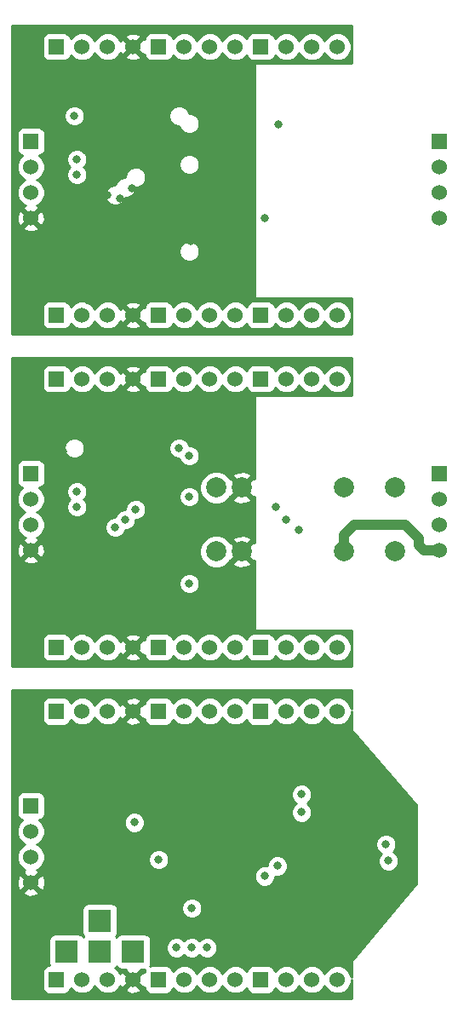
<source format=gbr>
G04 #@! TF.FileFunction,Copper,L3,Inr,Plane*
%FSLAX45Y45*%
G04 Gerber Fmt 4.5, Leading zero omitted, Abs format (unit mm)*
G04 Created by KiCad (PCBNEW (after 2015-may-25 BZR unknown)-product) date 15/07/2015 13:23:27*
%MOMM*%
G01*
G04 APERTURE LIST*
%ADD10C,0.150000*%
%ADD11R,1.524000X1.524000*%
%ADD12C,1.524000*%
%ADD13C,1.998980*%
%ADD14R,2.235200X2.235200*%
%ADD15C,0.800100*%
%ADD16C,1.000760*%
%ADD17C,0.254000*%
G04 APERTURE END LIST*
D10*
D11*
X22987000Y-5257800D03*
D12*
X22987000Y-5511800D03*
X22987000Y-5765800D03*
X22987000Y-6019800D03*
D11*
X21209000Y-4318000D03*
D12*
X21463000Y-4318000D03*
X21717000Y-4318000D03*
X21971000Y-4318000D03*
D11*
X20193000Y-4318000D03*
D12*
X20447000Y-4318000D03*
X20701000Y-4318000D03*
X20955000Y-4318000D03*
D11*
X19177000Y-4318000D03*
D12*
X19431000Y-4318000D03*
X19685000Y-4318000D03*
X19939000Y-4318000D03*
D11*
X21209000Y-6985000D03*
D12*
X21463000Y-6985000D03*
X21717000Y-6985000D03*
X21971000Y-6985000D03*
D11*
X20193000Y-6985000D03*
D12*
X20447000Y-6985000D03*
X20701000Y-6985000D03*
X20955000Y-6985000D03*
D11*
X19177000Y-6985000D03*
D12*
X19431000Y-6985000D03*
X19685000Y-6985000D03*
X19939000Y-6985000D03*
D11*
X18923000Y-5257800D03*
D12*
X18923000Y-5511800D03*
X18923000Y-5765800D03*
X18923000Y-6019800D03*
D11*
X22987000Y-8559800D03*
D12*
X22987000Y-8813800D03*
X22987000Y-9067800D03*
X22987000Y-9321800D03*
D11*
X21209000Y-7620000D03*
D12*
X21463000Y-7620000D03*
X21717000Y-7620000D03*
X21971000Y-7620000D03*
D11*
X20193000Y-7620000D03*
D12*
X20447000Y-7620000D03*
X20701000Y-7620000D03*
X20955000Y-7620000D03*
D11*
X19177000Y-7620000D03*
D12*
X19431000Y-7620000D03*
X19685000Y-7620000D03*
X19939000Y-7620000D03*
D11*
X21209000Y-10287000D03*
D12*
X21463000Y-10287000D03*
X21717000Y-10287000D03*
X21971000Y-10287000D03*
D11*
X20193000Y-10287000D03*
D12*
X20447000Y-10287000D03*
X20701000Y-10287000D03*
X20955000Y-10287000D03*
D11*
X19177000Y-10287000D03*
D12*
X19431000Y-10287000D03*
X19685000Y-10287000D03*
X19939000Y-10287000D03*
D11*
X18923000Y-8559800D03*
D12*
X18923000Y-8813800D03*
X18923000Y-9067800D03*
X18923000Y-9321800D03*
D13*
X20764500Y-8699500D03*
X21018500Y-8699500D03*
X22034500Y-8699500D03*
X22542500Y-8699500D03*
X20764500Y-9334500D03*
X21018500Y-9334500D03*
X22034500Y-9334500D03*
X22542500Y-9334500D03*
D11*
X21209000Y-10922000D03*
D12*
X21463000Y-10922000D03*
X21717000Y-10922000D03*
X21971000Y-10922000D03*
D11*
X20193000Y-10922000D03*
D12*
X20447000Y-10922000D03*
X20701000Y-10922000D03*
X20955000Y-10922000D03*
D11*
X19177000Y-10922000D03*
D12*
X19431000Y-10922000D03*
X19685000Y-10922000D03*
X19939000Y-10922000D03*
D11*
X21209000Y-13589000D03*
D12*
X21463000Y-13589000D03*
X21717000Y-13589000D03*
X21971000Y-13589000D03*
D11*
X20193000Y-13589000D03*
D12*
X20447000Y-13589000D03*
X20701000Y-13589000D03*
X20955000Y-13589000D03*
D11*
X19177000Y-13589000D03*
D12*
X19431000Y-13589000D03*
X19685000Y-13589000D03*
X19939000Y-13589000D03*
D11*
X18923000Y-11861800D03*
D12*
X18923000Y-12115800D03*
X18923000Y-12369800D03*
X18923000Y-12623800D03*
D14*
X19939000Y-13309600D03*
X19608800Y-13309600D03*
X19278600Y-13309600D03*
X19608800Y-13004800D03*
D15*
X21590000Y-9118600D03*
X19761200Y-9093200D03*
X19685000Y-5791200D03*
X20789900Y-5994400D03*
X19380200Y-8890000D03*
X19380200Y-5588000D03*
X19380200Y-8737600D03*
X19380200Y-5435600D03*
X21386800Y-5092700D03*
X20967700Y-4978400D03*
X20510500Y-6248400D03*
X21247100Y-6019800D03*
X20396200Y-8305800D03*
X20256500Y-5003800D03*
X20497800Y-8788400D03*
X20256500Y-5486400D03*
X19964400Y-8915400D03*
X21361400Y-8890000D03*
X19926300Y-5727700D03*
X20383500Y-5727700D03*
X19862800Y-9017000D03*
X21463000Y-9017000D03*
X20650200Y-5842000D03*
X19812000Y-5829300D03*
X20231100Y-12026900D03*
X20294600Y-11963400D03*
X19950950Y-12229350D03*
X22275800Y-12852400D03*
X21094700Y-12395200D03*
X21094700Y-12255500D03*
X19735800Y-11632000D03*
X20295350Y-12294350D03*
X20302050Y-12489350D03*
X22644100Y-12026900D03*
X22644100Y-11912600D03*
X22237700Y-11988800D03*
X22377400Y-11798300D03*
X19342100Y-7874000D03*
X19494500Y-7874000D03*
X20256500Y-9728200D03*
X19291300Y-4572000D03*
X20866100Y-5295900D03*
X20307300Y-6426200D03*
X20840700Y-6324600D03*
X19507200Y-4572000D03*
X19544100Y-4712900D03*
X20523200Y-12877800D03*
X19240500Y-8343900D03*
X20497800Y-9652000D03*
X20497800Y-8382000D03*
X20853400Y-5067300D03*
X20853400Y-6642100D03*
X19354800Y-5003800D03*
X22479000Y-12407900D03*
X21247100Y-12560300D03*
X22453600Y-12242800D03*
X21374100Y-12458700D03*
X20193000Y-12395200D03*
X19951700Y-12026900D03*
X20523200Y-13271500D03*
X20675600Y-13271500D03*
X20370800Y-13271500D03*
X21615400Y-11747500D03*
X21615400Y-11925300D03*
D16*
X22034500Y-9334500D02*
X22034500Y-9169400D01*
X22834600Y-9321800D02*
X22987000Y-9321800D01*
X22783800Y-9271000D02*
X22834600Y-9321800D01*
X22783800Y-9207500D02*
X22783800Y-9271000D01*
X22644100Y-9067800D02*
X22783800Y-9207500D01*
X22136100Y-9067800D02*
X22644100Y-9067800D01*
X22034500Y-9169400D02*
X22136100Y-9067800D01*
D17*
G36*
X22110700Y-7170674D02*
X22110446Y-7170674D01*
X22110446Y-7012686D01*
X22110446Y-6957314D01*
X22089110Y-6906006D01*
X22049994Y-6866890D01*
X21998686Y-6845554D01*
X21943314Y-6845554D01*
X21892006Y-6866890D01*
X21852890Y-6906006D01*
X21844000Y-6927342D01*
X21835110Y-6906006D01*
X21795994Y-6866890D01*
X21744686Y-6845554D01*
X21689314Y-6845554D01*
X21638006Y-6866890D01*
X21598890Y-6906006D01*
X21590000Y-6927342D01*
X21581110Y-6906006D01*
X21541994Y-6866890D01*
X21490686Y-6845554D01*
X21435314Y-6845554D01*
X21384006Y-6866890D01*
X21348446Y-6902450D01*
X21348446Y-6896354D01*
X21338794Y-6872986D01*
X21321014Y-6855206D01*
X21297900Y-6845554D01*
X21272754Y-6845554D01*
X21120354Y-6845554D01*
X21096986Y-6855206D01*
X21079206Y-6872986D01*
X21069554Y-6896100D01*
X21069554Y-6902450D01*
X21033994Y-6866890D01*
X20982686Y-6845554D01*
X20927314Y-6845554D01*
X20876006Y-6866890D01*
X20836890Y-6906006D01*
X20828000Y-6927342D01*
X20819110Y-6906006D01*
X20779994Y-6866890D01*
X20728686Y-6845554D01*
X20673314Y-6845554D01*
X20622006Y-6866890D01*
X20600924Y-6887972D01*
X20600924Y-6370574D01*
X20600924Y-6329680D01*
X20600924Y-5506974D01*
X20600924Y-5466080D01*
X20600924Y-5100574D01*
X20600924Y-5059680D01*
X20585176Y-5021834D01*
X20556474Y-4992624D01*
X20518374Y-4976876D01*
X20496530Y-4976876D01*
X20483576Y-4945634D01*
X20454874Y-4916424D01*
X20416774Y-4900676D01*
X20375880Y-4900676D01*
X20338034Y-4916424D01*
X20308824Y-4945126D01*
X20293076Y-4983226D01*
X20293076Y-5024120D01*
X20308824Y-5061966D01*
X20337526Y-5091176D01*
X20375626Y-5106924D01*
X20397216Y-5106924D01*
X20410424Y-5138166D01*
X20439126Y-5167376D01*
X20477226Y-5183124D01*
X20518120Y-5183124D01*
X20555966Y-5167376D01*
X20585176Y-5138674D01*
X20600924Y-5100574D01*
X20600924Y-5466080D01*
X20585176Y-5428234D01*
X20556474Y-5399024D01*
X20518374Y-5383276D01*
X20477480Y-5383276D01*
X20439634Y-5399024D01*
X20410424Y-5427726D01*
X20394676Y-5465826D01*
X20394676Y-5506720D01*
X20410424Y-5544566D01*
X20439126Y-5573776D01*
X20477226Y-5589524D01*
X20518120Y-5589524D01*
X20555966Y-5573776D01*
X20585176Y-5545074D01*
X20600924Y-5506974D01*
X20600924Y-6329680D01*
X20585176Y-6291834D01*
X20556474Y-6262624D01*
X20518374Y-6246876D01*
X20477480Y-6246876D01*
X20439634Y-6262624D01*
X20410424Y-6291326D01*
X20394676Y-6329426D01*
X20394676Y-6370320D01*
X20410424Y-6408166D01*
X20439126Y-6437376D01*
X20477226Y-6453124D01*
X20518120Y-6453124D01*
X20555966Y-6437376D01*
X20585176Y-6408674D01*
X20600924Y-6370574D01*
X20600924Y-6887972D01*
X20582890Y-6906006D01*
X20574000Y-6927342D01*
X20565110Y-6906006D01*
X20525994Y-6866890D01*
X20474686Y-6845554D01*
X20419314Y-6845554D01*
X20368006Y-6866890D01*
X20332446Y-6902450D01*
X20332446Y-6896354D01*
X20322794Y-6872986D01*
X20305014Y-6855206D01*
X20281900Y-6845554D01*
X20256754Y-6845554D01*
X20104354Y-6845554D01*
X20080986Y-6855206D01*
X20067524Y-6868668D01*
X20067524Y-5633974D01*
X20067524Y-5593080D01*
X20051776Y-5555234D01*
X20023074Y-5526024D01*
X20017232Y-5523484D01*
X20017232Y-4414012D01*
X19939000Y-4336034D01*
X19920966Y-4353814D01*
X19920966Y-4318000D01*
X19842988Y-4239768D01*
X19819112Y-4246626D01*
X19813016Y-4263136D01*
X19803110Y-4239006D01*
X19763994Y-4199890D01*
X19712686Y-4178554D01*
X19657314Y-4178554D01*
X19606006Y-4199890D01*
X19566890Y-4239006D01*
X19558000Y-4260342D01*
X19549110Y-4239006D01*
X19509994Y-4199890D01*
X19458686Y-4178554D01*
X19403314Y-4178554D01*
X19352006Y-4199890D01*
X19316446Y-4235450D01*
X19316446Y-4229354D01*
X19306794Y-4205986D01*
X19289014Y-4188206D01*
X19265900Y-4178554D01*
X19240754Y-4178554D01*
X19088354Y-4178554D01*
X19064986Y-4188206D01*
X19047206Y-4205986D01*
X19037554Y-4229100D01*
X19037554Y-4254246D01*
X19037554Y-4406646D01*
X19047206Y-4430014D01*
X19064986Y-4447794D01*
X19088100Y-4457446D01*
X19113246Y-4457446D01*
X19265646Y-4457446D01*
X19289014Y-4447794D01*
X19306794Y-4430014D01*
X19316446Y-4406900D01*
X19316446Y-4400550D01*
X19352006Y-4436110D01*
X19403314Y-4457446D01*
X19458686Y-4457446D01*
X19509994Y-4436110D01*
X19549110Y-4396994D01*
X19558000Y-4375404D01*
X19566890Y-4396994D01*
X19606006Y-4436110D01*
X19657314Y-4457446D01*
X19712686Y-4457446D01*
X19763994Y-4436110D01*
X19803110Y-4396994D01*
X19812508Y-4373626D01*
X19819112Y-4389374D01*
X19842988Y-4396232D01*
X19920966Y-4318000D01*
X19920966Y-4353814D01*
X19860768Y-4414012D01*
X19867626Y-4437888D01*
X19918934Y-4455922D01*
X19973036Y-4453128D01*
X20010374Y-4437888D01*
X20017232Y-4414012D01*
X20017232Y-5523484D01*
X19984974Y-5510276D01*
X19944080Y-5510276D01*
X19906234Y-5526024D01*
X19877024Y-5554726D01*
X19861276Y-5592826D01*
X19861276Y-5611876D01*
X19842480Y-5611876D01*
X19804634Y-5627624D01*
X19775424Y-5656326D01*
X19762216Y-5688076D01*
X19740880Y-5688076D01*
X19703034Y-5703824D01*
X19673824Y-5732526D01*
X19658076Y-5770626D01*
X19658076Y-5811520D01*
X19673824Y-5849366D01*
X19702526Y-5878576D01*
X19740626Y-5894324D01*
X19781520Y-5894324D01*
X19819366Y-5878576D01*
X19848576Y-5849874D01*
X19861530Y-5818124D01*
X19883120Y-5818124D01*
X19920966Y-5802376D01*
X19950176Y-5773674D01*
X19965924Y-5735574D01*
X19965924Y-5716524D01*
X19984720Y-5716524D01*
X20022566Y-5700776D01*
X20051776Y-5672074D01*
X20067524Y-5633974D01*
X20067524Y-6868668D01*
X20063206Y-6872986D01*
X20053554Y-6896100D01*
X20053554Y-6911848D01*
X20035012Y-6906768D01*
X20017232Y-6924548D01*
X20017232Y-6888988D01*
X20010374Y-6865112D01*
X19959066Y-6847078D01*
X19904964Y-6849872D01*
X19867626Y-6865112D01*
X19860768Y-6888988D01*
X19939000Y-6966966D01*
X20017232Y-6888988D01*
X20017232Y-6924548D01*
X19957034Y-6985000D01*
X20035012Y-7063232D01*
X20053554Y-7057898D01*
X20053554Y-7073646D01*
X20063206Y-7097014D01*
X20080986Y-7114794D01*
X20104100Y-7124446D01*
X20129246Y-7124446D01*
X20281646Y-7124446D01*
X20305014Y-7114794D01*
X20322794Y-7097014D01*
X20332446Y-7073900D01*
X20332446Y-7067550D01*
X20368006Y-7103110D01*
X20419314Y-7124446D01*
X20474686Y-7124446D01*
X20525994Y-7103110D01*
X20565110Y-7063994D01*
X20574000Y-7042404D01*
X20582890Y-7063994D01*
X20622006Y-7103110D01*
X20673314Y-7124446D01*
X20728686Y-7124446D01*
X20779994Y-7103110D01*
X20819110Y-7063994D01*
X20828000Y-7042404D01*
X20836890Y-7063994D01*
X20876006Y-7103110D01*
X20927314Y-7124446D01*
X20982686Y-7124446D01*
X21033994Y-7103110D01*
X21069554Y-7067550D01*
X21069554Y-7073646D01*
X21079206Y-7097014D01*
X21096986Y-7114794D01*
X21120100Y-7124446D01*
X21145246Y-7124446D01*
X21297646Y-7124446D01*
X21321014Y-7114794D01*
X21338794Y-7097014D01*
X21348446Y-7073900D01*
X21348446Y-7067550D01*
X21384006Y-7103110D01*
X21435314Y-7124446D01*
X21490686Y-7124446D01*
X21541994Y-7103110D01*
X21581110Y-7063994D01*
X21590000Y-7042404D01*
X21598890Y-7063994D01*
X21638006Y-7103110D01*
X21689314Y-7124446D01*
X21744686Y-7124446D01*
X21795994Y-7103110D01*
X21835110Y-7063994D01*
X21844000Y-7042404D01*
X21852890Y-7063994D01*
X21892006Y-7103110D01*
X21943314Y-7124446D01*
X21998686Y-7124446D01*
X22049994Y-7103110D01*
X22089110Y-7063994D01*
X22110446Y-7012686D01*
X22110446Y-7170674D01*
X20017232Y-7170674D01*
X20017232Y-7081012D01*
X19939000Y-7003034D01*
X19920966Y-7020814D01*
X19920966Y-6985000D01*
X19842988Y-6906768D01*
X19819112Y-6913626D01*
X19813016Y-6930136D01*
X19803110Y-6906006D01*
X19763994Y-6866890D01*
X19712686Y-6845554D01*
X19657314Y-6845554D01*
X19606006Y-6866890D01*
X19566890Y-6906006D01*
X19558000Y-6927342D01*
X19549110Y-6906006D01*
X19509994Y-6866890D01*
X19483324Y-6855714D01*
X19483324Y-5608574D01*
X19483324Y-5567680D01*
X19467576Y-5529834D01*
X19449796Y-5511546D01*
X19467576Y-5494274D01*
X19483324Y-5456174D01*
X19483324Y-5415280D01*
X19467576Y-5377434D01*
X19457924Y-5367528D01*
X19457924Y-5024374D01*
X19457924Y-4983480D01*
X19442176Y-4945634D01*
X19413474Y-4916424D01*
X19375374Y-4900676D01*
X19334480Y-4900676D01*
X19296634Y-4916424D01*
X19267424Y-4945126D01*
X19251676Y-4983226D01*
X19251676Y-5024120D01*
X19267424Y-5061966D01*
X19296126Y-5091176D01*
X19334226Y-5106924D01*
X19375120Y-5106924D01*
X19412966Y-5091176D01*
X19442176Y-5062474D01*
X19457924Y-5024374D01*
X19457924Y-5367528D01*
X19438874Y-5348224D01*
X19400774Y-5332476D01*
X19359880Y-5332476D01*
X19322034Y-5348224D01*
X19292824Y-5376926D01*
X19277076Y-5415026D01*
X19277076Y-5455920D01*
X19292824Y-5493766D01*
X19310350Y-5511800D01*
X19292824Y-5529326D01*
X19277076Y-5567426D01*
X19277076Y-5608320D01*
X19292824Y-5646166D01*
X19321526Y-5675376D01*
X19359626Y-5691124D01*
X19400520Y-5691124D01*
X19438366Y-5675376D01*
X19467576Y-5646674D01*
X19483324Y-5608574D01*
X19483324Y-6855714D01*
X19458686Y-6845554D01*
X19403314Y-6845554D01*
X19352006Y-6866890D01*
X19316446Y-6902450D01*
X19316446Y-6896354D01*
X19306794Y-6872986D01*
X19289014Y-6855206D01*
X19265900Y-6845554D01*
X19240754Y-6845554D01*
X19088354Y-6845554D01*
X19064986Y-6855206D01*
X19062446Y-6857746D01*
X19062446Y-5793486D01*
X19062446Y-5738114D01*
X19041110Y-5686806D01*
X19001994Y-5647690D01*
X18980404Y-5638800D01*
X19001994Y-5629910D01*
X19041110Y-5590794D01*
X19062446Y-5539486D01*
X19062446Y-5484114D01*
X19041110Y-5432806D01*
X19005550Y-5397246D01*
X19011646Y-5397246D01*
X19035014Y-5387594D01*
X19052794Y-5369814D01*
X19062446Y-5346700D01*
X19062446Y-5321554D01*
X19062446Y-5169154D01*
X19052794Y-5145786D01*
X19035014Y-5128006D01*
X19011900Y-5118354D01*
X18986754Y-5118354D01*
X18834354Y-5118354D01*
X18810986Y-5128006D01*
X18793206Y-5145786D01*
X18783554Y-5168900D01*
X18783554Y-5194046D01*
X18783554Y-5346446D01*
X18793206Y-5369814D01*
X18810986Y-5387594D01*
X18834100Y-5397246D01*
X18840450Y-5397246D01*
X18804890Y-5432806D01*
X18783554Y-5484114D01*
X18783554Y-5539486D01*
X18804890Y-5590794D01*
X18844006Y-5629910D01*
X18865342Y-5638800D01*
X18844006Y-5647690D01*
X18804890Y-5686806D01*
X18783554Y-5738114D01*
X18783554Y-5793486D01*
X18804890Y-5844794D01*
X18844006Y-5883910D01*
X18867120Y-5893308D01*
X18851626Y-5899912D01*
X18844768Y-5923788D01*
X18923000Y-6001766D01*
X19001232Y-5923788D01*
X18994374Y-5899912D01*
X18977610Y-5893816D01*
X19001994Y-5883910D01*
X19041110Y-5844794D01*
X19062446Y-5793486D01*
X19062446Y-6857746D01*
X19060922Y-6859270D01*
X19060922Y-6039866D01*
X19058128Y-5985764D01*
X19042888Y-5948426D01*
X19019012Y-5941568D01*
X18941034Y-6019800D01*
X19019012Y-6098032D01*
X19042888Y-6091174D01*
X19060922Y-6039866D01*
X19060922Y-6859270D01*
X19047206Y-6872986D01*
X19037554Y-6896100D01*
X19037554Y-6921246D01*
X19037554Y-7073646D01*
X19047206Y-7097014D01*
X19064986Y-7114794D01*
X19088100Y-7124446D01*
X19113246Y-7124446D01*
X19265646Y-7124446D01*
X19289014Y-7114794D01*
X19306794Y-7097014D01*
X19316446Y-7073900D01*
X19316446Y-7067550D01*
X19352006Y-7103110D01*
X19403314Y-7124446D01*
X19458686Y-7124446D01*
X19509994Y-7103110D01*
X19549110Y-7063994D01*
X19558000Y-7042404D01*
X19566890Y-7063994D01*
X19606006Y-7103110D01*
X19657314Y-7124446D01*
X19712686Y-7124446D01*
X19763994Y-7103110D01*
X19803110Y-7063994D01*
X19812508Y-7040626D01*
X19819112Y-7056374D01*
X19842988Y-7063232D01*
X19920966Y-6985000D01*
X19920966Y-7020814D01*
X19860768Y-7081012D01*
X19867626Y-7104888D01*
X19918934Y-7122922D01*
X19973036Y-7120128D01*
X20010374Y-7104888D01*
X20017232Y-7081012D01*
X20017232Y-7170674D01*
X19001232Y-7170674D01*
X19001232Y-6115812D01*
X18923000Y-6037834D01*
X18904966Y-6055614D01*
X18904966Y-6019800D01*
X18826988Y-5941568D01*
X18803112Y-5948426D01*
X18785078Y-5999734D01*
X18787872Y-6053836D01*
X18803112Y-6091174D01*
X18826988Y-6098032D01*
X18904966Y-6019800D01*
X18904966Y-6055614D01*
X18844768Y-6115812D01*
X18851626Y-6139688D01*
X18902934Y-6157722D01*
X18957036Y-6154928D01*
X18994374Y-6139688D01*
X19001232Y-6115812D01*
X19001232Y-7170674D01*
X18737326Y-7170674D01*
X18737326Y-4106926D01*
X19380200Y-4106926D01*
X22110700Y-4106926D01*
X22110700Y-4483100D01*
X22110446Y-4483100D01*
X22110446Y-4345686D01*
X22110446Y-4290314D01*
X22089110Y-4239006D01*
X22049994Y-4199890D01*
X21998686Y-4178554D01*
X21943314Y-4178554D01*
X21892006Y-4199890D01*
X21852890Y-4239006D01*
X21844000Y-4260342D01*
X21835110Y-4239006D01*
X21795994Y-4199890D01*
X21744686Y-4178554D01*
X21689314Y-4178554D01*
X21638006Y-4199890D01*
X21598890Y-4239006D01*
X21590000Y-4260342D01*
X21581110Y-4239006D01*
X21541994Y-4199890D01*
X21490686Y-4178554D01*
X21435314Y-4178554D01*
X21384006Y-4199890D01*
X21348446Y-4235450D01*
X21348446Y-4229354D01*
X21338794Y-4205986D01*
X21321014Y-4188206D01*
X21297900Y-4178554D01*
X21272754Y-4178554D01*
X21120354Y-4178554D01*
X21096986Y-4188206D01*
X21079206Y-4205986D01*
X21069554Y-4229100D01*
X21069554Y-4235450D01*
X21033994Y-4199890D01*
X20982686Y-4178554D01*
X20927314Y-4178554D01*
X20876006Y-4199890D01*
X20836890Y-4239006D01*
X20828000Y-4260342D01*
X20819110Y-4239006D01*
X20779994Y-4199890D01*
X20728686Y-4178554D01*
X20673314Y-4178554D01*
X20622006Y-4199890D01*
X20582890Y-4239006D01*
X20574000Y-4260342D01*
X20565110Y-4239006D01*
X20525994Y-4199890D01*
X20474686Y-4178554D01*
X20419314Y-4178554D01*
X20368006Y-4199890D01*
X20332446Y-4235450D01*
X20332446Y-4229354D01*
X20322794Y-4205986D01*
X20305014Y-4188206D01*
X20281900Y-4178554D01*
X20256754Y-4178554D01*
X20104354Y-4178554D01*
X20080986Y-4188206D01*
X20063206Y-4205986D01*
X20053554Y-4229100D01*
X20053554Y-4244848D01*
X20035012Y-4239768D01*
X20017232Y-4257548D01*
X20017232Y-4221988D01*
X20010374Y-4198112D01*
X19959066Y-4180078D01*
X19904964Y-4182872D01*
X19867626Y-4198112D01*
X19860768Y-4221988D01*
X19939000Y-4299966D01*
X20017232Y-4221988D01*
X20017232Y-4257548D01*
X19957034Y-4318000D01*
X20035012Y-4396232D01*
X20053554Y-4390898D01*
X20053554Y-4406646D01*
X20063206Y-4430014D01*
X20080986Y-4447794D01*
X20104100Y-4457446D01*
X20129246Y-4457446D01*
X20281646Y-4457446D01*
X20305014Y-4447794D01*
X20322794Y-4430014D01*
X20332446Y-4406900D01*
X20332446Y-4400550D01*
X20368006Y-4436110D01*
X20419314Y-4457446D01*
X20474686Y-4457446D01*
X20525994Y-4436110D01*
X20565110Y-4396994D01*
X20574000Y-4375404D01*
X20582890Y-4396994D01*
X20622006Y-4436110D01*
X20673314Y-4457446D01*
X20728686Y-4457446D01*
X20779994Y-4436110D01*
X20819110Y-4396994D01*
X20828000Y-4375404D01*
X20836890Y-4396994D01*
X20876006Y-4436110D01*
X20927314Y-4457446D01*
X20982686Y-4457446D01*
X21033994Y-4436110D01*
X21069554Y-4400550D01*
X21069554Y-4406646D01*
X21079206Y-4430014D01*
X21096986Y-4447794D01*
X21120100Y-4457446D01*
X21145246Y-4457446D01*
X21297646Y-4457446D01*
X21321014Y-4447794D01*
X21338794Y-4430014D01*
X21348446Y-4406900D01*
X21348446Y-4400550D01*
X21384006Y-4436110D01*
X21435314Y-4457446D01*
X21490686Y-4457446D01*
X21541994Y-4436110D01*
X21581110Y-4396994D01*
X21590000Y-4375404D01*
X21598890Y-4396994D01*
X21638006Y-4436110D01*
X21689314Y-4457446D01*
X21744686Y-4457446D01*
X21795994Y-4436110D01*
X21835110Y-4396994D01*
X21844000Y-4375404D01*
X21852890Y-4396994D01*
X21892006Y-4436110D01*
X21943314Y-4457446D01*
X21998686Y-4457446D01*
X22049994Y-4436110D01*
X22089110Y-4396994D01*
X22110446Y-4345686D01*
X22110446Y-4483100D01*
X21145500Y-4483100D01*
X21145500Y-6819900D01*
X22110700Y-6819900D01*
X22110700Y-7170674D01*
X22110700Y-7170674D01*
G37*
X22110700Y-7170674D02*
X22110446Y-7170674D01*
X22110446Y-7012686D01*
X22110446Y-6957314D01*
X22089110Y-6906006D01*
X22049994Y-6866890D01*
X21998686Y-6845554D01*
X21943314Y-6845554D01*
X21892006Y-6866890D01*
X21852890Y-6906006D01*
X21844000Y-6927342D01*
X21835110Y-6906006D01*
X21795994Y-6866890D01*
X21744686Y-6845554D01*
X21689314Y-6845554D01*
X21638006Y-6866890D01*
X21598890Y-6906006D01*
X21590000Y-6927342D01*
X21581110Y-6906006D01*
X21541994Y-6866890D01*
X21490686Y-6845554D01*
X21435314Y-6845554D01*
X21384006Y-6866890D01*
X21348446Y-6902450D01*
X21348446Y-6896354D01*
X21338794Y-6872986D01*
X21321014Y-6855206D01*
X21297900Y-6845554D01*
X21272754Y-6845554D01*
X21120354Y-6845554D01*
X21096986Y-6855206D01*
X21079206Y-6872986D01*
X21069554Y-6896100D01*
X21069554Y-6902450D01*
X21033994Y-6866890D01*
X20982686Y-6845554D01*
X20927314Y-6845554D01*
X20876006Y-6866890D01*
X20836890Y-6906006D01*
X20828000Y-6927342D01*
X20819110Y-6906006D01*
X20779994Y-6866890D01*
X20728686Y-6845554D01*
X20673314Y-6845554D01*
X20622006Y-6866890D01*
X20600924Y-6887972D01*
X20600924Y-6370574D01*
X20600924Y-6329680D01*
X20600924Y-5506974D01*
X20600924Y-5466080D01*
X20600924Y-5100574D01*
X20600924Y-5059680D01*
X20585176Y-5021834D01*
X20556474Y-4992624D01*
X20518374Y-4976876D01*
X20496530Y-4976876D01*
X20483576Y-4945634D01*
X20454874Y-4916424D01*
X20416774Y-4900676D01*
X20375880Y-4900676D01*
X20338034Y-4916424D01*
X20308824Y-4945126D01*
X20293076Y-4983226D01*
X20293076Y-5024120D01*
X20308824Y-5061966D01*
X20337526Y-5091176D01*
X20375626Y-5106924D01*
X20397216Y-5106924D01*
X20410424Y-5138166D01*
X20439126Y-5167376D01*
X20477226Y-5183124D01*
X20518120Y-5183124D01*
X20555966Y-5167376D01*
X20585176Y-5138674D01*
X20600924Y-5100574D01*
X20600924Y-5466080D01*
X20585176Y-5428234D01*
X20556474Y-5399024D01*
X20518374Y-5383276D01*
X20477480Y-5383276D01*
X20439634Y-5399024D01*
X20410424Y-5427726D01*
X20394676Y-5465826D01*
X20394676Y-5506720D01*
X20410424Y-5544566D01*
X20439126Y-5573776D01*
X20477226Y-5589524D01*
X20518120Y-5589524D01*
X20555966Y-5573776D01*
X20585176Y-5545074D01*
X20600924Y-5506974D01*
X20600924Y-6329680D01*
X20585176Y-6291834D01*
X20556474Y-6262624D01*
X20518374Y-6246876D01*
X20477480Y-6246876D01*
X20439634Y-6262624D01*
X20410424Y-6291326D01*
X20394676Y-6329426D01*
X20394676Y-6370320D01*
X20410424Y-6408166D01*
X20439126Y-6437376D01*
X20477226Y-6453124D01*
X20518120Y-6453124D01*
X20555966Y-6437376D01*
X20585176Y-6408674D01*
X20600924Y-6370574D01*
X20600924Y-6887972D01*
X20582890Y-6906006D01*
X20574000Y-6927342D01*
X20565110Y-6906006D01*
X20525994Y-6866890D01*
X20474686Y-6845554D01*
X20419314Y-6845554D01*
X20368006Y-6866890D01*
X20332446Y-6902450D01*
X20332446Y-6896354D01*
X20322794Y-6872986D01*
X20305014Y-6855206D01*
X20281900Y-6845554D01*
X20256754Y-6845554D01*
X20104354Y-6845554D01*
X20080986Y-6855206D01*
X20067524Y-6868668D01*
X20067524Y-5633974D01*
X20067524Y-5593080D01*
X20051776Y-5555234D01*
X20023074Y-5526024D01*
X20017232Y-5523484D01*
X20017232Y-4414012D01*
X19939000Y-4336034D01*
X19920966Y-4353814D01*
X19920966Y-4318000D01*
X19842988Y-4239768D01*
X19819112Y-4246626D01*
X19813016Y-4263136D01*
X19803110Y-4239006D01*
X19763994Y-4199890D01*
X19712686Y-4178554D01*
X19657314Y-4178554D01*
X19606006Y-4199890D01*
X19566890Y-4239006D01*
X19558000Y-4260342D01*
X19549110Y-4239006D01*
X19509994Y-4199890D01*
X19458686Y-4178554D01*
X19403314Y-4178554D01*
X19352006Y-4199890D01*
X19316446Y-4235450D01*
X19316446Y-4229354D01*
X19306794Y-4205986D01*
X19289014Y-4188206D01*
X19265900Y-4178554D01*
X19240754Y-4178554D01*
X19088354Y-4178554D01*
X19064986Y-4188206D01*
X19047206Y-4205986D01*
X19037554Y-4229100D01*
X19037554Y-4254246D01*
X19037554Y-4406646D01*
X19047206Y-4430014D01*
X19064986Y-4447794D01*
X19088100Y-4457446D01*
X19113246Y-4457446D01*
X19265646Y-4457446D01*
X19289014Y-4447794D01*
X19306794Y-4430014D01*
X19316446Y-4406900D01*
X19316446Y-4400550D01*
X19352006Y-4436110D01*
X19403314Y-4457446D01*
X19458686Y-4457446D01*
X19509994Y-4436110D01*
X19549110Y-4396994D01*
X19558000Y-4375404D01*
X19566890Y-4396994D01*
X19606006Y-4436110D01*
X19657314Y-4457446D01*
X19712686Y-4457446D01*
X19763994Y-4436110D01*
X19803110Y-4396994D01*
X19812508Y-4373626D01*
X19819112Y-4389374D01*
X19842988Y-4396232D01*
X19920966Y-4318000D01*
X19920966Y-4353814D01*
X19860768Y-4414012D01*
X19867626Y-4437888D01*
X19918934Y-4455922D01*
X19973036Y-4453128D01*
X20010374Y-4437888D01*
X20017232Y-4414012D01*
X20017232Y-5523484D01*
X19984974Y-5510276D01*
X19944080Y-5510276D01*
X19906234Y-5526024D01*
X19877024Y-5554726D01*
X19861276Y-5592826D01*
X19861276Y-5611876D01*
X19842480Y-5611876D01*
X19804634Y-5627624D01*
X19775424Y-5656326D01*
X19762216Y-5688076D01*
X19740880Y-5688076D01*
X19703034Y-5703824D01*
X19673824Y-5732526D01*
X19658076Y-5770626D01*
X19658076Y-5811520D01*
X19673824Y-5849366D01*
X19702526Y-5878576D01*
X19740626Y-5894324D01*
X19781520Y-5894324D01*
X19819366Y-5878576D01*
X19848576Y-5849874D01*
X19861530Y-5818124D01*
X19883120Y-5818124D01*
X19920966Y-5802376D01*
X19950176Y-5773674D01*
X19965924Y-5735574D01*
X19965924Y-5716524D01*
X19984720Y-5716524D01*
X20022566Y-5700776D01*
X20051776Y-5672074D01*
X20067524Y-5633974D01*
X20067524Y-6868668D01*
X20063206Y-6872986D01*
X20053554Y-6896100D01*
X20053554Y-6911848D01*
X20035012Y-6906768D01*
X20017232Y-6924548D01*
X20017232Y-6888988D01*
X20010374Y-6865112D01*
X19959066Y-6847078D01*
X19904964Y-6849872D01*
X19867626Y-6865112D01*
X19860768Y-6888988D01*
X19939000Y-6966966D01*
X20017232Y-6888988D01*
X20017232Y-6924548D01*
X19957034Y-6985000D01*
X20035012Y-7063232D01*
X20053554Y-7057898D01*
X20053554Y-7073646D01*
X20063206Y-7097014D01*
X20080986Y-7114794D01*
X20104100Y-7124446D01*
X20129246Y-7124446D01*
X20281646Y-7124446D01*
X20305014Y-7114794D01*
X20322794Y-7097014D01*
X20332446Y-7073900D01*
X20332446Y-7067550D01*
X20368006Y-7103110D01*
X20419314Y-7124446D01*
X20474686Y-7124446D01*
X20525994Y-7103110D01*
X20565110Y-7063994D01*
X20574000Y-7042404D01*
X20582890Y-7063994D01*
X20622006Y-7103110D01*
X20673314Y-7124446D01*
X20728686Y-7124446D01*
X20779994Y-7103110D01*
X20819110Y-7063994D01*
X20828000Y-7042404D01*
X20836890Y-7063994D01*
X20876006Y-7103110D01*
X20927314Y-7124446D01*
X20982686Y-7124446D01*
X21033994Y-7103110D01*
X21069554Y-7067550D01*
X21069554Y-7073646D01*
X21079206Y-7097014D01*
X21096986Y-7114794D01*
X21120100Y-7124446D01*
X21145246Y-7124446D01*
X21297646Y-7124446D01*
X21321014Y-7114794D01*
X21338794Y-7097014D01*
X21348446Y-7073900D01*
X21348446Y-7067550D01*
X21384006Y-7103110D01*
X21435314Y-7124446D01*
X21490686Y-7124446D01*
X21541994Y-7103110D01*
X21581110Y-7063994D01*
X21590000Y-7042404D01*
X21598890Y-7063994D01*
X21638006Y-7103110D01*
X21689314Y-7124446D01*
X21744686Y-7124446D01*
X21795994Y-7103110D01*
X21835110Y-7063994D01*
X21844000Y-7042404D01*
X21852890Y-7063994D01*
X21892006Y-7103110D01*
X21943314Y-7124446D01*
X21998686Y-7124446D01*
X22049994Y-7103110D01*
X22089110Y-7063994D01*
X22110446Y-7012686D01*
X22110446Y-7170674D01*
X20017232Y-7170674D01*
X20017232Y-7081012D01*
X19939000Y-7003034D01*
X19920966Y-7020814D01*
X19920966Y-6985000D01*
X19842988Y-6906768D01*
X19819112Y-6913626D01*
X19813016Y-6930136D01*
X19803110Y-6906006D01*
X19763994Y-6866890D01*
X19712686Y-6845554D01*
X19657314Y-6845554D01*
X19606006Y-6866890D01*
X19566890Y-6906006D01*
X19558000Y-6927342D01*
X19549110Y-6906006D01*
X19509994Y-6866890D01*
X19483324Y-6855714D01*
X19483324Y-5608574D01*
X19483324Y-5567680D01*
X19467576Y-5529834D01*
X19449796Y-5511546D01*
X19467576Y-5494274D01*
X19483324Y-5456174D01*
X19483324Y-5415280D01*
X19467576Y-5377434D01*
X19457924Y-5367528D01*
X19457924Y-5024374D01*
X19457924Y-4983480D01*
X19442176Y-4945634D01*
X19413474Y-4916424D01*
X19375374Y-4900676D01*
X19334480Y-4900676D01*
X19296634Y-4916424D01*
X19267424Y-4945126D01*
X19251676Y-4983226D01*
X19251676Y-5024120D01*
X19267424Y-5061966D01*
X19296126Y-5091176D01*
X19334226Y-5106924D01*
X19375120Y-5106924D01*
X19412966Y-5091176D01*
X19442176Y-5062474D01*
X19457924Y-5024374D01*
X19457924Y-5367528D01*
X19438874Y-5348224D01*
X19400774Y-5332476D01*
X19359880Y-5332476D01*
X19322034Y-5348224D01*
X19292824Y-5376926D01*
X19277076Y-5415026D01*
X19277076Y-5455920D01*
X19292824Y-5493766D01*
X19310350Y-5511800D01*
X19292824Y-5529326D01*
X19277076Y-5567426D01*
X19277076Y-5608320D01*
X19292824Y-5646166D01*
X19321526Y-5675376D01*
X19359626Y-5691124D01*
X19400520Y-5691124D01*
X19438366Y-5675376D01*
X19467576Y-5646674D01*
X19483324Y-5608574D01*
X19483324Y-6855714D01*
X19458686Y-6845554D01*
X19403314Y-6845554D01*
X19352006Y-6866890D01*
X19316446Y-6902450D01*
X19316446Y-6896354D01*
X19306794Y-6872986D01*
X19289014Y-6855206D01*
X19265900Y-6845554D01*
X19240754Y-6845554D01*
X19088354Y-6845554D01*
X19064986Y-6855206D01*
X19062446Y-6857746D01*
X19062446Y-5793486D01*
X19062446Y-5738114D01*
X19041110Y-5686806D01*
X19001994Y-5647690D01*
X18980404Y-5638800D01*
X19001994Y-5629910D01*
X19041110Y-5590794D01*
X19062446Y-5539486D01*
X19062446Y-5484114D01*
X19041110Y-5432806D01*
X19005550Y-5397246D01*
X19011646Y-5397246D01*
X19035014Y-5387594D01*
X19052794Y-5369814D01*
X19062446Y-5346700D01*
X19062446Y-5321554D01*
X19062446Y-5169154D01*
X19052794Y-5145786D01*
X19035014Y-5128006D01*
X19011900Y-5118354D01*
X18986754Y-5118354D01*
X18834354Y-5118354D01*
X18810986Y-5128006D01*
X18793206Y-5145786D01*
X18783554Y-5168900D01*
X18783554Y-5194046D01*
X18783554Y-5346446D01*
X18793206Y-5369814D01*
X18810986Y-5387594D01*
X18834100Y-5397246D01*
X18840450Y-5397246D01*
X18804890Y-5432806D01*
X18783554Y-5484114D01*
X18783554Y-5539486D01*
X18804890Y-5590794D01*
X18844006Y-5629910D01*
X18865342Y-5638800D01*
X18844006Y-5647690D01*
X18804890Y-5686806D01*
X18783554Y-5738114D01*
X18783554Y-5793486D01*
X18804890Y-5844794D01*
X18844006Y-5883910D01*
X18867120Y-5893308D01*
X18851626Y-5899912D01*
X18844768Y-5923788D01*
X18923000Y-6001766D01*
X19001232Y-5923788D01*
X18994374Y-5899912D01*
X18977610Y-5893816D01*
X19001994Y-5883910D01*
X19041110Y-5844794D01*
X19062446Y-5793486D01*
X19062446Y-6857746D01*
X19060922Y-6859270D01*
X19060922Y-6039866D01*
X19058128Y-5985764D01*
X19042888Y-5948426D01*
X19019012Y-5941568D01*
X18941034Y-6019800D01*
X19019012Y-6098032D01*
X19042888Y-6091174D01*
X19060922Y-6039866D01*
X19060922Y-6859270D01*
X19047206Y-6872986D01*
X19037554Y-6896100D01*
X19037554Y-6921246D01*
X19037554Y-7073646D01*
X19047206Y-7097014D01*
X19064986Y-7114794D01*
X19088100Y-7124446D01*
X19113246Y-7124446D01*
X19265646Y-7124446D01*
X19289014Y-7114794D01*
X19306794Y-7097014D01*
X19316446Y-7073900D01*
X19316446Y-7067550D01*
X19352006Y-7103110D01*
X19403314Y-7124446D01*
X19458686Y-7124446D01*
X19509994Y-7103110D01*
X19549110Y-7063994D01*
X19558000Y-7042404D01*
X19566890Y-7063994D01*
X19606006Y-7103110D01*
X19657314Y-7124446D01*
X19712686Y-7124446D01*
X19763994Y-7103110D01*
X19803110Y-7063994D01*
X19812508Y-7040626D01*
X19819112Y-7056374D01*
X19842988Y-7063232D01*
X19920966Y-6985000D01*
X19920966Y-7020814D01*
X19860768Y-7081012D01*
X19867626Y-7104888D01*
X19918934Y-7122922D01*
X19973036Y-7120128D01*
X20010374Y-7104888D01*
X20017232Y-7081012D01*
X20017232Y-7170674D01*
X19001232Y-7170674D01*
X19001232Y-6115812D01*
X18923000Y-6037834D01*
X18904966Y-6055614D01*
X18904966Y-6019800D01*
X18826988Y-5941568D01*
X18803112Y-5948426D01*
X18785078Y-5999734D01*
X18787872Y-6053836D01*
X18803112Y-6091174D01*
X18826988Y-6098032D01*
X18904966Y-6019800D01*
X18904966Y-6055614D01*
X18844768Y-6115812D01*
X18851626Y-6139688D01*
X18902934Y-6157722D01*
X18957036Y-6154928D01*
X18994374Y-6139688D01*
X19001232Y-6115812D01*
X19001232Y-7170674D01*
X18737326Y-7170674D01*
X18737326Y-4106926D01*
X19380200Y-4106926D01*
X22110700Y-4106926D01*
X22110700Y-4483100D01*
X22110446Y-4483100D01*
X22110446Y-4345686D01*
X22110446Y-4290314D01*
X22089110Y-4239006D01*
X22049994Y-4199890D01*
X21998686Y-4178554D01*
X21943314Y-4178554D01*
X21892006Y-4199890D01*
X21852890Y-4239006D01*
X21844000Y-4260342D01*
X21835110Y-4239006D01*
X21795994Y-4199890D01*
X21744686Y-4178554D01*
X21689314Y-4178554D01*
X21638006Y-4199890D01*
X21598890Y-4239006D01*
X21590000Y-4260342D01*
X21581110Y-4239006D01*
X21541994Y-4199890D01*
X21490686Y-4178554D01*
X21435314Y-4178554D01*
X21384006Y-4199890D01*
X21348446Y-4235450D01*
X21348446Y-4229354D01*
X21338794Y-4205986D01*
X21321014Y-4188206D01*
X21297900Y-4178554D01*
X21272754Y-4178554D01*
X21120354Y-4178554D01*
X21096986Y-4188206D01*
X21079206Y-4205986D01*
X21069554Y-4229100D01*
X21069554Y-4235450D01*
X21033994Y-4199890D01*
X20982686Y-4178554D01*
X20927314Y-4178554D01*
X20876006Y-4199890D01*
X20836890Y-4239006D01*
X20828000Y-4260342D01*
X20819110Y-4239006D01*
X20779994Y-4199890D01*
X20728686Y-4178554D01*
X20673314Y-4178554D01*
X20622006Y-4199890D01*
X20582890Y-4239006D01*
X20574000Y-4260342D01*
X20565110Y-4239006D01*
X20525994Y-4199890D01*
X20474686Y-4178554D01*
X20419314Y-4178554D01*
X20368006Y-4199890D01*
X20332446Y-4235450D01*
X20332446Y-4229354D01*
X20322794Y-4205986D01*
X20305014Y-4188206D01*
X20281900Y-4178554D01*
X20256754Y-4178554D01*
X20104354Y-4178554D01*
X20080986Y-4188206D01*
X20063206Y-4205986D01*
X20053554Y-4229100D01*
X20053554Y-4244848D01*
X20035012Y-4239768D01*
X20017232Y-4257548D01*
X20017232Y-4221988D01*
X20010374Y-4198112D01*
X19959066Y-4180078D01*
X19904964Y-4182872D01*
X19867626Y-4198112D01*
X19860768Y-4221988D01*
X19939000Y-4299966D01*
X20017232Y-4221988D01*
X20017232Y-4257548D01*
X19957034Y-4318000D01*
X20035012Y-4396232D01*
X20053554Y-4390898D01*
X20053554Y-4406646D01*
X20063206Y-4430014D01*
X20080986Y-4447794D01*
X20104100Y-4457446D01*
X20129246Y-4457446D01*
X20281646Y-4457446D01*
X20305014Y-4447794D01*
X20322794Y-4430014D01*
X20332446Y-4406900D01*
X20332446Y-4400550D01*
X20368006Y-4436110D01*
X20419314Y-4457446D01*
X20474686Y-4457446D01*
X20525994Y-4436110D01*
X20565110Y-4396994D01*
X20574000Y-4375404D01*
X20582890Y-4396994D01*
X20622006Y-4436110D01*
X20673314Y-4457446D01*
X20728686Y-4457446D01*
X20779994Y-4436110D01*
X20819110Y-4396994D01*
X20828000Y-4375404D01*
X20836890Y-4396994D01*
X20876006Y-4436110D01*
X20927314Y-4457446D01*
X20982686Y-4457446D01*
X21033994Y-4436110D01*
X21069554Y-4400550D01*
X21069554Y-4406646D01*
X21079206Y-4430014D01*
X21096986Y-4447794D01*
X21120100Y-4457446D01*
X21145246Y-4457446D01*
X21297646Y-4457446D01*
X21321014Y-4447794D01*
X21338794Y-4430014D01*
X21348446Y-4406900D01*
X21348446Y-4400550D01*
X21384006Y-4436110D01*
X21435314Y-4457446D01*
X21490686Y-4457446D01*
X21541994Y-4436110D01*
X21581110Y-4396994D01*
X21590000Y-4375404D01*
X21598890Y-4396994D01*
X21638006Y-4436110D01*
X21689314Y-4457446D01*
X21744686Y-4457446D01*
X21795994Y-4436110D01*
X21835110Y-4396994D01*
X21844000Y-4375404D01*
X21852890Y-4396994D01*
X21892006Y-4436110D01*
X21943314Y-4457446D01*
X21998686Y-4457446D01*
X22049994Y-4436110D01*
X22089110Y-4396994D01*
X22110446Y-4345686D01*
X22110446Y-4483100D01*
X21145500Y-4483100D01*
X21145500Y-6819900D01*
X22110700Y-6819900D01*
X22110700Y-7170674D01*
G36*
X22110700Y-10472674D02*
X22110446Y-10472674D01*
X22110446Y-10314686D01*
X22110446Y-10259314D01*
X22089110Y-10208006D01*
X22049994Y-10168890D01*
X21998686Y-10147554D01*
X21943314Y-10147554D01*
X21892006Y-10168890D01*
X21852890Y-10208006D01*
X21844000Y-10229342D01*
X21835110Y-10208006D01*
X21795994Y-10168890D01*
X21744686Y-10147554D01*
X21689314Y-10147554D01*
X21638006Y-10168890D01*
X21598890Y-10208006D01*
X21590000Y-10229342D01*
X21581110Y-10208006D01*
X21541994Y-10168890D01*
X21490686Y-10147554D01*
X21435314Y-10147554D01*
X21384006Y-10168890D01*
X21348446Y-10204450D01*
X21348446Y-10198354D01*
X21338794Y-10174986D01*
X21321014Y-10157206D01*
X21297900Y-10147554D01*
X21272754Y-10147554D01*
X21120354Y-10147554D01*
X21113242Y-10150348D01*
X21113242Y-9447276D01*
X21018500Y-9352534D01*
X21000466Y-9370568D01*
X21000466Y-9334500D01*
X20905724Y-9239758D01*
X20901660Y-9241028D01*
X20857210Y-9196324D01*
X20797266Y-9171178D01*
X20732242Y-9171178D01*
X20672298Y-9196070D01*
X20626324Y-9241790D01*
X20601178Y-9301734D01*
X20601178Y-9366758D01*
X20626070Y-9426702D01*
X20671790Y-9472676D01*
X20731734Y-9497822D01*
X20796758Y-9497822D01*
X20856702Y-9472930D01*
X20901914Y-9427718D01*
X20905724Y-9429242D01*
X21000466Y-9334500D01*
X21000466Y-9370568D01*
X20923758Y-9447276D01*
X20933156Y-9473692D01*
X20993100Y-9495790D01*
X21056600Y-9493250D01*
X21103844Y-9473692D01*
X21113242Y-9447276D01*
X21113242Y-10150348D01*
X21096986Y-10157206D01*
X21079206Y-10174986D01*
X21069554Y-10198100D01*
X21069554Y-10204450D01*
X21033994Y-10168890D01*
X20982686Y-10147554D01*
X20927314Y-10147554D01*
X20876006Y-10168890D01*
X20836890Y-10208006D01*
X20828000Y-10229342D01*
X20819110Y-10208006D01*
X20779994Y-10168890D01*
X20728686Y-10147554D01*
X20673314Y-10147554D01*
X20622006Y-10168890D01*
X20600924Y-10189972D01*
X20600924Y-9672574D01*
X20600924Y-9631680D01*
X20600924Y-8808974D01*
X20600924Y-8768080D01*
X20600924Y-8402574D01*
X20600924Y-8361680D01*
X20585176Y-8323834D01*
X20556474Y-8294624D01*
X20518374Y-8278876D01*
X20496530Y-8278876D01*
X20483576Y-8247634D01*
X20454874Y-8218424D01*
X20416774Y-8202676D01*
X20375880Y-8202676D01*
X20338034Y-8218424D01*
X20308824Y-8247126D01*
X20293076Y-8285226D01*
X20293076Y-8326120D01*
X20308824Y-8363966D01*
X20337526Y-8393176D01*
X20375626Y-8408924D01*
X20397216Y-8408924D01*
X20410424Y-8440166D01*
X20439126Y-8469376D01*
X20477226Y-8485124D01*
X20518120Y-8485124D01*
X20555966Y-8469376D01*
X20585176Y-8440674D01*
X20600924Y-8402574D01*
X20600924Y-8768080D01*
X20585176Y-8730234D01*
X20556474Y-8701024D01*
X20518374Y-8685276D01*
X20477480Y-8685276D01*
X20439634Y-8701024D01*
X20410424Y-8729726D01*
X20394676Y-8767826D01*
X20394676Y-8808720D01*
X20410424Y-8846566D01*
X20439126Y-8875776D01*
X20477226Y-8891524D01*
X20518120Y-8891524D01*
X20555966Y-8875776D01*
X20585176Y-8847074D01*
X20600924Y-8808974D01*
X20600924Y-9631680D01*
X20585176Y-9593834D01*
X20556474Y-9564624D01*
X20518374Y-9548876D01*
X20477480Y-9548876D01*
X20439634Y-9564624D01*
X20410424Y-9593326D01*
X20394676Y-9631426D01*
X20394676Y-9672320D01*
X20410424Y-9710166D01*
X20439126Y-9739376D01*
X20477226Y-9755124D01*
X20518120Y-9755124D01*
X20555966Y-9739376D01*
X20585176Y-9710674D01*
X20600924Y-9672574D01*
X20600924Y-10189972D01*
X20582890Y-10208006D01*
X20574000Y-10229342D01*
X20565110Y-10208006D01*
X20525994Y-10168890D01*
X20474686Y-10147554D01*
X20419314Y-10147554D01*
X20368006Y-10168890D01*
X20332446Y-10204450D01*
X20332446Y-10198354D01*
X20322794Y-10174986D01*
X20305014Y-10157206D01*
X20281900Y-10147554D01*
X20256754Y-10147554D01*
X20104354Y-10147554D01*
X20080986Y-10157206D01*
X20067524Y-10170668D01*
X20067524Y-8935974D01*
X20067524Y-8895080D01*
X20051776Y-8857234D01*
X20023074Y-8828024D01*
X20017232Y-8825484D01*
X20017232Y-7716012D01*
X19939000Y-7638034D01*
X19920966Y-7655814D01*
X19920966Y-7620000D01*
X19842988Y-7541768D01*
X19819112Y-7548626D01*
X19813016Y-7565136D01*
X19803110Y-7541006D01*
X19763994Y-7501890D01*
X19712686Y-7480554D01*
X19657314Y-7480554D01*
X19606006Y-7501890D01*
X19566890Y-7541006D01*
X19558000Y-7562342D01*
X19549110Y-7541006D01*
X19509994Y-7501890D01*
X19458686Y-7480554D01*
X19403314Y-7480554D01*
X19352006Y-7501890D01*
X19316446Y-7537450D01*
X19316446Y-7531354D01*
X19306794Y-7507986D01*
X19289014Y-7490206D01*
X19265900Y-7480554D01*
X19240754Y-7480554D01*
X19088354Y-7480554D01*
X19064986Y-7490206D01*
X19047206Y-7507986D01*
X19037554Y-7531100D01*
X19037554Y-7556246D01*
X19037554Y-7708646D01*
X19047206Y-7732014D01*
X19064986Y-7749794D01*
X19088100Y-7759446D01*
X19113246Y-7759446D01*
X19265646Y-7759446D01*
X19289014Y-7749794D01*
X19306794Y-7732014D01*
X19316446Y-7708900D01*
X19316446Y-7702550D01*
X19352006Y-7738110D01*
X19403314Y-7759446D01*
X19458686Y-7759446D01*
X19509994Y-7738110D01*
X19549110Y-7698994D01*
X19558000Y-7677404D01*
X19566890Y-7698994D01*
X19606006Y-7738110D01*
X19657314Y-7759446D01*
X19712686Y-7759446D01*
X19763994Y-7738110D01*
X19803110Y-7698994D01*
X19812508Y-7675626D01*
X19819112Y-7691374D01*
X19842988Y-7698232D01*
X19920966Y-7620000D01*
X19920966Y-7655814D01*
X19860768Y-7716012D01*
X19867626Y-7739888D01*
X19918934Y-7757922D01*
X19973036Y-7755128D01*
X20010374Y-7739888D01*
X20017232Y-7716012D01*
X20017232Y-8825484D01*
X19984974Y-8812276D01*
X19944080Y-8812276D01*
X19906234Y-8828024D01*
X19877024Y-8856726D01*
X19861276Y-8894826D01*
X19861276Y-8913876D01*
X19842480Y-8913876D01*
X19804634Y-8929624D01*
X19775424Y-8958326D01*
X19762216Y-8990076D01*
X19740880Y-8990076D01*
X19703034Y-9005824D01*
X19673824Y-9034526D01*
X19658076Y-9072626D01*
X19658076Y-9113520D01*
X19673824Y-9151366D01*
X19702526Y-9180576D01*
X19740626Y-9196324D01*
X19781520Y-9196324D01*
X19819366Y-9180576D01*
X19848576Y-9151874D01*
X19861530Y-9120124D01*
X19883120Y-9120124D01*
X19920966Y-9104376D01*
X19950176Y-9075674D01*
X19965924Y-9037574D01*
X19965924Y-9018524D01*
X19984720Y-9018524D01*
X20022566Y-9002776D01*
X20051776Y-8974074D01*
X20067524Y-8935974D01*
X20067524Y-10170668D01*
X20063206Y-10174986D01*
X20053554Y-10198100D01*
X20053554Y-10213848D01*
X20035012Y-10208768D01*
X20017232Y-10226548D01*
X20017232Y-10190988D01*
X20010374Y-10167112D01*
X19959066Y-10149078D01*
X19904964Y-10151872D01*
X19867626Y-10167112D01*
X19860768Y-10190988D01*
X19939000Y-10268966D01*
X20017232Y-10190988D01*
X20017232Y-10226548D01*
X19957034Y-10287000D01*
X20035012Y-10365232D01*
X20053554Y-10359898D01*
X20053554Y-10375646D01*
X20063206Y-10399014D01*
X20080986Y-10416794D01*
X20104100Y-10426446D01*
X20129246Y-10426446D01*
X20281646Y-10426446D01*
X20305014Y-10416794D01*
X20322794Y-10399014D01*
X20332446Y-10375900D01*
X20332446Y-10369550D01*
X20368006Y-10405110D01*
X20419314Y-10426446D01*
X20474686Y-10426446D01*
X20525994Y-10405110D01*
X20565110Y-10365994D01*
X20574000Y-10344404D01*
X20582890Y-10365994D01*
X20622006Y-10405110D01*
X20673314Y-10426446D01*
X20728686Y-10426446D01*
X20779994Y-10405110D01*
X20819110Y-10365994D01*
X20828000Y-10344404D01*
X20836890Y-10365994D01*
X20876006Y-10405110D01*
X20927314Y-10426446D01*
X20982686Y-10426446D01*
X21033994Y-10405110D01*
X21069554Y-10369550D01*
X21069554Y-10375646D01*
X21079206Y-10399014D01*
X21096986Y-10416794D01*
X21120100Y-10426446D01*
X21145246Y-10426446D01*
X21297646Y-10426446D01*
X21321014Y-10416794D01*
X21338794Y-10399014D01*
X21348446Y-10375900D01*
X21348446Y-10369550D01*
X21384006Y-10405110D01*
X21435314Y-10426446D01*
X21490686Y-10426446D01*
X21541994Y-10405110D01*
X21581110Y-10365994D01*
X21590000Y-10344404D01*
X21598890Y-10365994D01*
X21638006Y-10405110D01*
X21689314Y-10426446D01*
X21744686Y-10426446D01*
X21795994Y-10405110D01*
X21835110Y-10365994D01*
X21844000Y-10344404D01*
X21852890Y-10365994D01*
X21892006Y-10405110D01*
X21943314Y-10426446D01*
X21998686Y-10426446D01*
X22049994Y-10405110D01*
X22089110Y-10365994D01*
X22110446Y-10314686D01*
X22110446Y-10472674D01*
X20017232Y-10472674D01*
X20017232Y-10383012D01*
X19939000Y-10305034D01*
X19920966Y-10322814D01*
X19920966Y-10287000D01*
X19842988Y-10208768D01*
X19819112Y-10215626D01*
X19813016Y-10232136D01*
X19803110Y-10208006D01*
X19763994Y-10168890D01*
X19712686Y-10147554D01*
X19657314Y-10147554D01*
X19606006Y-10168890D01*
X19566890Y-10208006D01*
X19558000Y-10229342D01*
X19549110Y-10208006D01*
X19509994Y-10168890D01*
X19483324Y-10157714D01*
X19483324Y-8910574D01*
X19483324Y-8869680D01*
X19467576Y-8831834D01*
X19449796Y-8813546D01*
X19467576Y-8796274D01*
X19483324Y-8758174D01*
X19483324Y-8717280D01*
X19467576Y-8679434D01*
X19457924Y-8669528D01*
X19457924Y-8326374D01*
X19457924Y-8285480D01*
X19442176Y-8247634D01*
X19413474Y-8218424D01*
X19375374Y-8202676D01*
X19334480Y-8202676D01*
X19296634Y-8218424D01*
X19267424Y-8247126D01*
X19251676Y-8285226D01*
X19251676Y-8326120D01*
X19267424Y-8363966D01*
X19296126Y-8393176D01*
X19334226Y-8408924D01*
X19375120Y-8408924D01*
X19412966Y-8393176D01*
X19442176Y-8364474D01*
X19457924Y-8326374D01*
X19457924Y-8669528D01*
X19438874Y-8650224D01*
X19400774Y-8634476D01*
X19359880Y-8634476D01*
X19322034Y-8650224D01*
X19292824Y-8678926D01*
X19277076Y-8717026D01*
X19277076Y-8757920D01*
X19292824Y-8795766D01*
X19310350Y-8813800D01*
X19292824Y-8831326D01*
X19277076Y-8869426D01*
X19277076Y-8910320D01*
X19292824Y-8948166D01*
X19321526Y-8977376D01*
X19359626Y-8993124D01*
X19400520Y-8993124D01*
X19438366Y-8977376D01*
X19467576Y-8948674D01*
X19483324Y-8910574D01*
X19483324Y-10157714D01*
X19458686Y-10147554D01*
X19403314Y-10147554D01*
X19352006Y-10168890D01*
X19316446Y-10204450D01*
X19316446Y-10198354D01*
X19306794Y-10174986D01*
X19289014Y-10157206D01*
X19265900Y-10147554D01*
X19240754Y-10147554D01*
X19088354Y-10147554D01*
X19064986Y-10157206D01*
X19062446Y-10159746D01*
X19062446Y-9095486D01*
X19062446Y-9040114D01*
X19041110Y-8988806D01*
X19001994Y-8949690D01*
X18980404Y-8940800D01*
X19001994Y-8931910D01*
X19041110Y-8892794D01*
X19062446Y-8841486D01*
X19062446Y-8786114D01*
X19041110Y-8734806D01*
X19005550Y-8699246D01*
X19011646Y-8699246D01*
X19035014Y-8689594D01*
X19052794Y-8671814D01*
X19062446Y-8648700D01*
X19062446Y-8623554D01*
X19062446Y-8471154D01*
X19052794Y-8447786D01*
X19035014Y-8430006D01*
X19011900Y-8420354D01*
X18986754Y-8420354D01*
X18834354Y-8420354D01*
X18810986Y-8430006D01*
X18793206Y-8447786D01*
X18783554Y-8470900D01*
X18783554Y-8496046D01*
X18783554Y-8648446D01*
X18793206Y-8671814D01*
X18810986Y-8689594D01*
X18834100Y-8699246D01*
X18840450Y-8699246D01*
X18804890Y-8734806D01*
X18783554Y-8786114D01*
X18783554Y-8841486D01*
X18804890Y-8892794D01*
X18844006Y-8931910D01*
X18865342Y-8940800D01*
X18844006Y-8949690D01*
X18804890Y-8988806D01*
X18783554Y-9040114D01*
X18783554Y-9095486D01*
X18804890Y-9146794D01*
X18844006Y-9185910D01*
X18867120Y-9195308D01*
X18851626Y-9201912D01*
X18844768Y-9225788D01*
X18923000Y-9303766D01*
X19001232Y-9225788D01*
X18994374Y-9201912D01*
X18977610Y-9195816D01*
X19001994Y-9185910D01*
X19041110Y-9146794D01*
X19062446Y-9095486D01*
X19062446Y-10159746D01*
X19060922Y-10161270D01*
X19060922Y-9341866D01*
X19058128Y-9287764D01*
X19042888Y-9250426D01*
X19019012Y-9243568D01*
X18941034Y-9321800D01*
X19019012Y-9400032D01*
X19042888Y-9393174D01*
X19060922Y-9341866D01*
X19060922Y-10161270D01*
X19047206Y-10174986D01*
X19037554Y-10198100D01*
X19037554Y-10223246D01*
X19037554Y-10375646D01*
X19047206Y-10399014D01*
X19064986Y-10416794D01*
X19088100Y-10426446D01*
X19113246Y-10426446D01*
X19265646Y-10426446D01*
X19289014Y-10416794D01*
X19306794Y-10399014D01*
X19316446Y-10375900D01*
X19316446Y-10369550D01*
X19352006Y-10405110D01*
X19403314Y-10426446D01*
X19458686Y-10426446D01*
X19509994Y-10405110D01*
X19549110Y-10365994D01*
X19558000Y-10344404D01*
X19566890Y-10365994D01*
X19606006Y-10405110D01*
X19657314Y-10426446D01*
X19712686Y-10426446D01*
X19763994Y-10405110D01*
X19803110Y-10365994D01*
X19812508Y-10342626D01*
X19819112Y-10358374D01*
X19842988Y-10365232D01*
X19920966Y-10287000D01*
X19920966Y-10322814D01*
X19860768Y-10383012D01*
X19867626Y-10406888D01*
X19918934Y-10424922D01*
X19973036Y-10422128D01*
X20010374Y-10406888D01*
X20017232Y-10383012D01*
X20017232Y-10472674D01*
X19001232Y-10472674D01*
X19001232Y-9417812D01*
X18923000Y-9339834D01*
X18904966Y-9357614D01*
X18904966Y-9321800D01*
X18826988Y-9243568D01*
X18803112Y-9250426D01*
X18785078Y-9301734D01*
X18787872Y-9355836D01*
X18803112Y-9393174D01*
X18826988Y-9400032D01*
X18904966Y-9321800D01*
X18904966Y-9357614D01*
X18844768Y-9417812D01*
X18851626Y-9441688D01*
X18902934Y-9459722D01*
X18957036Y-9456928D01*
X18994374Y-9441688D01*
X19001232Y-9417812D01*
X19001232Y-10472674D01*
X18737326Y-10472674D01*
X18737326Y-7408926D01*
X19380200Y-7408926D01*
X22110700Y-7408926D01*
X22110700Y-7785100D01*
X22110446Y-7785100D01*
X22110446Y-7647686D01*
X22110446Y-7592314D01*
X22089110Y-7541006D01*
X22049994Y-7501890D01*
X21998686Y-7480554D01*
X21943314Y-7480554D01*
X21892006Y-7501890D01*
X21852890Y-7541006D01*
X21844000Y-7562342D01*
X21835110Y-7541006D01*
X21795994Y-7501890D01*
X21744686Y-7480554D01*
X21689314Y-7480554D01*
X21638006Y-7501890D01*
X21598890Y-7541006D01*
X21590000Y-7562342D01*
X21581110Y-7541006D01*
X21541994Y-7501890D01*
X21490686Y-7480554D01*
X21435314Y-7480554D01*
X21384006Y-7501890D01*
X21348446Y-7537450D01*
X21348446Y-7531354D01*
X21338794Y-7507986D01*
X21321014Y-7490206D01*
X21297900Y-7480554D01*
X21272754Y-7480554D01*
X21120354Y-7480554D01*
X21096986Y-7490206D01*
X21079206Y-7507986D01*
X21069554Y-7531100D01*
X21069554Y-7537450D01*
X21033994Y-7501890D01*
X20982686Y-7480554D01*
X20927314Y-7480554D01*
X20876006Y-7501890D01*
X20836890Y-7541006D01*
X20828000Y-7562342D01*
X20819110Y-7541006D01*
X20779994Y-7501890D01*
X20728686Y-7480554D01*
X20673314Y-7480554D01*
X20622006Y-7501890D01*
X20582890Y-7541006D01*
X20574000Y-7562342D01*
X20565110Y-7541006D01*
X20525994Y-7501890D01*
X20474686Y-7480554D01*
X20419314Y-7480554D01*
X20368006Y-7501890D01*
X20332446Y-7537450D01*
X20332446Y-7531354D01*
X20322794Y-7507986D01*
X20305014Y-7490206D01*
X20281900Y-7480554D01*
X20256754Y-7480554D01*
X20104354Y-7480554D01*
X20080986Y-7490206D01*
X20063206Y-7507986D01*
X20053554Y-7531100D01*
X20053554Y-7546848D01*
X20035012Y-7541768D01*
X20017232Y-7559548D01*
X20017232Y-7523988D01*
X20010374Y-7500112D01*
X19959066Y-7482078D01*
X19904964Y-7484872D01*
X19867626Y-7500112D01*
X19860768Y-7523988D01*
X19939000Y-7601966D01*
X20017232Y-7523988D01*
X20017232Y-7559548D01*
X19957034Y-7620000D01*
X20035012Y-7698232D01*
X20053554Y-7692898D01*
X20053554Y-7708646D01*
X20063206Y-7732014D01*
X20080986Y-7749794D01*
X20104100Y-7759446D01*
X20129246Y-7759446D01*
X20281646Y-7759446D01*
X20305014Y-7749794D01*
X20322794Y-7732014D01*
X20332446Y-7708900D01*
X20332446Y-7702550D01*
X20368006Y-7738110D01*
X20419314Y-7759446D01*
X20474686Y-7759446D01*
X20525994Y-7738110D01*
X20565110Y-7698994D01*
X20574000Y-7677404D01*
X20582890Y-7698994D01*
X20622006Y-7738110D01*
X20673314Y-7759446D01*
X20728686Y-7759446D01*
X20779994Y-7738110D01*
X20819110Y-7698994D01*
X20828000Y-7677404D01*
X20836890Y-7698994D01*
X20876006Y-7738110D01*
X20927314Y-7759446D01*
X20982686Y-7759446D01*
X21033994Y-7738110D01*
X21069554Y-7702550D01*
X21069554Y-7708646D01*
X21079206Y-7732014D01*
X21096986Y-7749794D01*
X21120100Y-7759446D01*
X21145246Y-7759446D01*
X21297646Y-7759446D01*
X21321014Y-7749794D01*
X21338794Y-7732014D01*
X21348446Y-7708900D01*
X21348446Y-7702550D01*
X21384006Y-7738110D01*
X21435314Y-7759446D01*
X21490686Y-7759446D01*
X21541994Y-7738110D01*
X21581110Y-7698994D01*
X21590000Y-7677404D01*
X21598890Y-7698994D01*
X21638006Y-7738110D01*
X21689314Y-7759446D01*
X21744686Y-7759446D01*
X21795994Y-7738110D01*
X21835110Y-7698994D01*
X21844000Y-7677404D01*
X21852890Y-7698994D01*
X21892006Y-7738110D01*
X21943314Y-7759446D01*
X21998686Y-7759446D01*
X22049994Y-7738110D01*
X22089110Y-7698994D01*
X22110446Y-7647686D01*
X22110446Y-7785100D01*
X21145500Y-7785100D01*
X21145500Y-8609584D01*
X21131276Y-8604758D01*
X21113242Y-8622792D01*
X21113242Y-8586724D01*
X21103844Y-8560308D01*
X21043900Y-8538210D01*
X20980400Y-8540750D01*
X20933156Y-8560308D01*
X20923758Y-8586724D01*
X21018500Y-8681466D01*
X21113242Y-8586724D01*
X21113242Y-8622792D01*
X21036534Y-8699500D01*
X21131276Y-8794242D01*
X21145500Y-8789162D01*
X21145500Y-9244584D01*
X21131276Y-9239758D01*
X21113242Y-9257792D01*
X21113242Y-9221724D01*
X21113242Y-8812276D01*
X21018500Y-8717534D01*
X21000466Y-8735568D01*
X21000466Y-8699500D01*
X20905724Y-8604758D01*
X20901660Y-8606028D01*
X20857210Y-8561324D01*
X20797266Y-8536178D01*
X20732242Y-8536178D01*
X20672298Y-8561070D01*
X20626324Y-8606790D01*
X20601178Y-8666734D01*
X20601178Y-8731758D01*
X20626070Y-8791702D01*
X20671790Y-8837676D01*
X20731734Y-8862822D01*
X20796758Y-8862822D01*
X20856702Y-8837930D01*
X20901914Y-8792718D01*
X20905724Y-8794242D01*
X21000466Y-8699500D01*
X21000466Y-8735568D01*
X20923758Y-8812276D01*
X20933156Y-8838692D01*
X20993100Y-8860790D01*
X21056600Y-8858250D01*
X21103844Y-8838692D01*
X21113242Y-8812276D01*
X21113242Y-9221724D01*
X21103844Y-9195308D01*
X21043900Y-9173210D01*
X20980400Y-9175750D01*
X20933156Y-9195308D01*
X20923758Y-9221724D01*
X21018500Y-9316466D01*
X21113242Y-9221724D01*
X21113242Y-9257792D01*
X21036534Y-9334500D01*
X21131276Y-9429242D01*
X21145500Y-9424162D01*
X21145500Y-10121900D01*
X22110700Y-10121900D01*
X22110700Y-10472674D01*
X22110700Y-10472674D01*
G37*
X22110700Y-10472674D02*
X22110446Y-10472674D01*
X22110446Y-10314686D01*
X22110446Y-10259314D01*
X22089110Y-10208006D01*
X22049994Y-10168890D01*
X21998686Y-10147554D01*
X21943314Y-10147554D01*
X21892006Y-10168890D01*
X21852890Y-10208006D01*
X21844000Y-10229342D01*
X21835110Y-10208006D01*
X21795994Y-10168890D01*
X21744686Y-10147554D01*
X21689314Y-10147554D01*
X21638006Y-10168890D01*
X21598890Y-10208006D01*
X21590000Y-10229342D01*
X21581110Y-10208006D01*
X21541994Y-10168890D01*
X21490686Y-10147554D01*
X21435314Y-10147554D01*
X21384006Y-10168890D01*
X21348446Y-10204450D01*
X21348446Y-10198354D01*
X21338794Y-10174986D01*
X21321014Y-10157206D01*
X21297900Y-10147554D01*
X21272754Y-10147554D01*
X21120354Y-10147554D01*
X21113242Y-10150348D01*
X21113242Y-9447276D01*
X21018500Y-9352534D01*
X21000466Y-9370568D01*
X21000466Y-9334500D01*
X20905724Y-9239758D01*
X20901660Y-9241028D01*
X20857210Y-9196324D01*
X20797266Y-9171178D01*
X20732242Y-9171178D01*
X20672298Y-9196070D01*
X20626324Y-9241790D01*
X20601178Y-9301734D01*
X20601178Y-9366758D01*
X20626070Y-9426702D01*
X20671790Y-9472676D01*
X20731734Y-9497822D01*
X20796758Y-9497822D01*
X20856702Y-9472930D01*
X20901914Y-9427718D01*
X20905724Y-9429242D01*
X21000466Y-9334500D01*
X21000466Y-9370568D01*
X20923758Y-9447276D01*
X20933156Y-9473692D01*
X20993100Y-9495790D01*
X21056600Y-9493250D01*
X21103844Y-9473692D01*
X21113242Y-9447276D01*
X21113242Y-10150348D01*
X21096986Y-10157206D01*
X21079206Y-10174986D01*
X21069554Y-10198100D01*
X21069554Y-10204450D01*
X21033994Y-10168890D01*
X20982686Y-10147554D01*
X20927314Y-10147554D01*
X20876006Y-10168890D01*
X20836890Y-10208006D01*
X20828000Y-10229342D01*
X20819110Y-10208006D01*
X20779994Y-10168890D01*
X20728686Y-10147554D01*
X20673314Y-10147554D01*
X20622006Y-10168890D01*
X20600924Y-10189972D01*
X20600924Y-9672574D01*
X20600924Y-9631680D01*
X20600924Y-8808974D01*
X20600924Y-8768080D01*
X20600924Y-8402574D01*
X20600924Y-8361680D01*
X20585176Y-8323834D01*
X20556474Y-8294624D01*
X20518374Y-8278876D01*
X20496530Y-8278876D01*
X20483576Y-8247634D01*
X20454874Y-8218424D01*
X20416774Y-8202676D01*
X20375880Y-8202676D01*
X20338034Y-8218424D01*
X20308824Y-8247126D01*
X20293076Y-8285226D01*
X20293076Y-8326120D01*
X20308824Y-8363966D01*
X20337526Y-8393176D01*
X20375626Y-8408924D01*
X20397216Y-8408924D01*
X20410424Y-8440166D01*
X20439126Y-8469376D01*
X20477226Y-8485124D01*
X20518120Y-8485124D01*
X20555966Y-8469376D01*
X20585176Y-8440674D01*
X20600924Y-8402574D01*
X20600924Y-8768080D01*
X20585176Y-8730234D01*
X20556474Y-8701024D01*
X20518374Y-8685276D01*
X20477480Y-8685276D01*
X20439634Y-8701024D01*
X20410424Y-8729726D01*
X20394676Y-8767826D01*
X20394676Y-8808720D01*
X20410424Y-8846566D01*
X20439126Y-8875776D01*
X20477226Y-8891524D01*
X20518120Y-8891524D01*
X20555966Y-8875776D01*
X20585176Y-8847074D01*
X20600924Y-8808974D01*
X20600924Y-9631680D01*
X20585176Y-9593834D01*
X20556474Y-9564624D01*
X20518374Y-9548876D01*
X20477480Y-9548876D01*
X20439634Y-9564624D01*
X20410424Y-9593326D01*
X20394676Y-9631426D01*
X20394676Y-9672320D01*
X20410424Y-9710166D01*
X20439126Y-9739376D01*
X20477226Y-9755124D01*
X20518120Y-9755124D01*
X20555966Y-9739376D01*
X20585176Y-9710674D01*
X20600924Y-9672574D01*
X20600924Y-10189972D01*
X20582890Y-10208006D01*
X20574000Y-10229342D01*
X20565110Y-10208006D01*
X20525994Y-10168890D01*
X20474686Y-10147554D01*
X20419314Y-10147554D01*
X20368006Y-10168890D01*
X20332446Y-10204450D01*
X20332446Y-10198354D01*
X20322794Y-10174986D01*
X20305014Y-10157206D01*
X20281900Y-10147554D01*
X20256754Y-10147554D01*
X20104354Y-10147554D01*
X20080986Y-10157206D01*
X20067524Y-10170668D01*
X20067524Y-8935974D01*
X20067524Y-8895080D01*
X20051776Y-8857234D01*
X20023074Y-8828024D01*
X20017232Y-8825484D01*
X20017232Y-7716012D01*
X19939000Y-7638034D01*
X19920966Y-7655814D01*
X19920966Y-7620000D01*
X19842988Y-7541768D01*
X19819112Y-7548626D01*
X19813016Y-7565136D01*
X19803110Y-7541006D01*
X19763994Y-7501890D01*
X19712686Y-7480554D01*
X19657314Y-7480554D01*
X19606006Y-7501890D01*
X19566890Y-7541006D01*
X19558000Y-7562342D01*
X19549110Y-7541006D01*
X19509994Y-7501890D01*
X19458686Y-7480554D01*
X19403314Y-7480554D01*
X19352006Y-7501890D01*
X19316446Y-7537450D01*
X19316446Y-7531354D01*
X19306794Y-7507986D01*
X19289014Y-7490206D01*
X19265900Y-7480554D01*
X19240754Y-7480554D01*
X19088354Y-7480554D01*
X19064986Y-7490206D01*
X19047206Y-7507986D01*
X19037554Y-7531100D01*
X19037554Y-7556246D01*
X19037554Y-7708646D01*
X19047206Y-7732014D01*
X19064986Y-7749794D01*
X19088100Y-7759446D01*
X19113246Y-7759446D01*
X19265646Y-7759446D01*
X19289014Y-7749794D01*
X19306794Y-7732014D01*
X19316446Y-7708900D01*
X19316446Y-7702550D01*
X19352006Y-7738110D01*
X19403314Y-7759446D01*
X19458686Y-7759446D01*
X19509994Y-7738110D01*
X19549110Y-7698994D01*
X19558000Y-7677404D01*
X19566890Y-7698994D01*
X19606006Y-7738110D01*
X19657314Y-7759446D01*
X19712686Y-7759446D01*
X19763994Y-7738110D01*
X19803110Y-7698994D01*
X19812508Y-7675626D01*
X19819112Y-7691374D01*
X19842988Y-7698232D01*
X19920966Y-7620000D01*
X19920966Y-7655814D01*
X19860768Y-7716012D01*
X19867626Y-7739888D01*
X19918934Y-7757922D01*
X19973036Y-7755128D01*
X20010374Y-7739888D01*
X20017232Y-7716012D01*
X20017232Y-8825484D01*
X19984974Y-8812276D01*
X19944080Y-8812276D01*
X19906234Y-8828024D01*
X19877024Y-8856726D01*
X19861276Y-8894826D01*
X19861276Y-8913876D01*
X19842480Y-8913876D01*
X19804634Y-8929624D01*
X19775424Y-8958326D01*
X19762216Y-8990076D01*
X19740880Y-8990076D01*
X19703034Y-9005824D01*
X19673824Y-9034526D01*
X19658076Y-9072626D01*
X19658076Y-9113520D01*
X19673824Y-9151366D01*
X19702526Y-9180576D01*
X19740626Y-9196324D01*
X19781520Y-9196324D01*
X19819366Y-9180576D01*
X19848576Y-9151874D01*
X19861530Y-9120124D01*
X19883120Y-9120124D01*
X19920966Y-9104376D01*
X19950176Y-9075674D01*
X19965924Y-9037574D01*
X19965924Y-9018524D01*
X19984720Y-9018524D01*
X20022566Y-9002776D01*
X20051776Y-8974074D01*
X20067524Y-8935974D01*
X20067524Y-10170668D01*
X20063206Y-10174986D01*
X20053554Y-10198100D01*
X20053554Y-10213848D01*
X20035012Y-10208768D01*
X20017232Y-10226548D01*
X20017232Y-10190988D01*
X20010374Y-10167112D01*
X19959066Y-10149078D01*
X19904964Y-10151872D01*
X19867626Y-10167112D01*
X19860768Y-10190988D01*
X19939000Y-10268966D01*
X20017232Y-10190988D01*
X20017232Y-10226548D01*
X19957034Y-10287000D01*
X20035012Y-10365232D01*
X20053554Y-10359898D01*
X20053554Y-10375646D01*
X20063206Y-10399014D01*
X20080986Y-10416794D01*
X20104100Y-10426446D01*
X20129246Y-10426446D01*
X20281646Y-10426446D01*
X20305014Y-10416794D01*
X20322794Y-10399014D01*
X20332446Y-10375900D01*
X20332446Y-10369550D01*
X20368006Y-10405110D01*
X20419314Y-10426446D01*
X20474686Y-10426446D01*
X20525994Y-10405110D01*
X20565110Y-10365994D01*
X20574000Y-10344404D01*
X20582890Y-10365994D01*
X20622006Y-10405110D01*
X20673314Y-10426446D01*
X20728686Y-10426446D01*
X20779994Y-10405110D01*
X20819110Y-10365994D01*
X20828000Y-10344404D01*
X20836890Y-10365994D01*
X20876006Y-10405110D01*
X20927314Y-10426446D01*
X20982686Y-10426446D01*
X21033994Y-10405110D01*
X21069554Y-10369550D01*
X21069554Y-10375646D01*
X21079206Y-10399014D01*
X21096986Y-10416794D01*
X21120100Y-10426446D01*
X21145246Y-10426446D01*
X21297646Y-10426446D01*
X21321014Y-10416794D01*
X21338794Y-10399014D01*
X21348446Y-10375900D01*
X21348446Y-10369550D01*
X21384006Y-10405110D01*
X21435314Y-10426446D01*
X21490686Y-10426446D01*
X21541994Y-10405110D01*
X21581110Y-10365994D01*
X21590000Y-10344404D01*
X21598890Y-10365994D01*
X21638006Y-10405110D01*
X21689314Y-10426446D01*
X21744686Y-10426446D01*
X21795994Y-10405110D01*
X21835110Y-10365994D01*
X21844000Y-10344404D01*
X21852890Y-10365994D01*
X21892006Y-10405110D01*
X21943314Y-10426446D01*
X21998686Y-10426446D01*
X22049994Y-10405110D01*
X22089110Y-10365994D01*
X22110446Y-10314686D01*
X22110446Y-10472674D01*
X20017232Y-10472674D01*
X20017232Y-10383012D01*
X19939000Y-10305034D01*
X19920966Y-10322814D01*
X19920966Y-10287000D01*
X19842988Y-10208768D01*
X19819112Y-10215626D01*
X19813016Y-10232136D01*
X19803110Y-10208006D01*
X19763994Y-10168890D01*
X19712686Y-10147554D01*
X19657314Y-10147554D01*
X19606006Y-10168890D01*
X19566890Y-10208006D01*
X19558000Y-10229342D01*
X19549110Y-10208006D01*
X19509994Y-10168890D01*
X19483324Y-10157714D01*
X19483324Y-8910574D01*
X19483324Y-8869680D01*
X19467576Y-8831834D01*
X19449796Y-8813546D01*
X19467576Y-8796274D01*
X19483324Y-8758174D01*
X19483324Y-8717280D01*
X19467576Y-8679434D01*
X19457924Y-8669528D01*
X19457924Y-8326374D01*
X19457924Y-8285480D01*
X19442176Y-8247634D01*
X19413474Y-8218424D01*
X19375374Y-8202676D01*
X19334480Y-8202676D01*
X19296634Y-8218424D01*
X19267424Y-8247126D01*
X19251676Y-8285226D01*
X19251676Y-8326120D01*
X19267424Y-8363966D01*
X19296126Y-8393176D01*
X19334226Y-8408924D01*
X19375120Y-8408924D01*
X19412966Y-8393176D01*
X19442176Y-8364474D01*
X19457924Y-8326374D01*
X19457924Y-8669528D01*
X19438874Y-8650224D01*
X19400774Y-8634476D01*
X19359880Y-8634476D01*
X19322034Y-8650224D01*
X19292824Y-8678926D01*
X19277076Y-8717026D01*
X19277076Y-8757920D01*
X19292824Y-8795766D01*
X19310350Y-8813800D01*
X19292824Y-8831326D01*
X19277076Y-8869426D01*
X19277076Y-8910320D01*
X19292824Y-8948166D01*
X19321526Y-8977376D01*
X19359626Y-8993124D01*
X19400520Y-8993124D01*
X19438366Y-8977376D01*
X19467576Y-8948674D01*
X19483324Y-8910574D01*
X19483324Y-10157714D01*
X19458686Y-10147554D01*
X19403314Y-10147554D01*
X19352006Y-10168890D01*
X19316446Y-10204450D01*
X19316446Y-10198354D01*
X19306794Y-10174986D01*
X19289014Y-10157206D01*
X19265900Y-10147554D01*
X19240754Y-10147554D01*
X19088354Y-10147554D01*
X19064986Y-10157206D01*
X19062446Y-10159746D01*
X19062446Y-9095486D01*
X19062446Y-9040114D01*
X19041110Y-8988806D01*
X19001994Y-8949690D01*
X18980404Y-8940800D01*
X19001994Y-8931910D01*
X19041110Y-8892794D01*
X19062446Y-8841486D01*
X19062446Y-8786114D01*
X19041110Y-8734806D01*
X19005550Y-8699246D01*
X19011646Y-8699246D01*
X19035014Y-8689594D01*
X19052794Y-8671814D01*
X19062446Y-8648700D01*
X19062446Y-8623554D01*
X19062446Y-8471154D01*
X19052794Y-8447786D01*
X19035014Y-8430006D01*
X19011900Y-8420354D01*
X18986754Y-8420354D01*
X18834354Y-8420354D01*
X18810986Y-8430006D01*
X18793206Y-8447786D01*
X18783554Y-8470900D01*
X18783554Y-8496046D01*
X18783554Y-8648446D01*
X18793206Y-8671814D01*
X18810986Y-8689594D01*
X18834100Y-8699246D01*
X18840450Y-8699246D01*
X18804890Y-8734806D01*
X18783554Y-8786114D01*
X18783554Y-8841486D01*
X18804890Y-8892794D01*
X18844006Y-8931910D01*
X18865342Y-8940800D01*
X18844006Y-8949690D01*
X18804890Y-8988806D01*
X18783554Y-9040114D01*
X18783554Y-9095486D01*
X18804890Y-9146794D01*
X18844006Y-9185910D01*
X18867120Y-9195308D01*
X18851626Y-9201912D01*
X18844768Y-9225788D01*
X18923000Y-9303766D01*
X19001232Y-9225788D01*
X18994374Y-9201912D01*
X18977610Y-9195816D01*
X19001994Y-9185910D01*
X19041110Y-9146794D01*
X19062446Y-9095486D01*
X19062446Y-10159746D01*
X19060922Y-10161270D01*
X19060922Y-9341866D01*
X19058128Y-9287764D01*
X19042888Y-9250426D01*
X19019012Y-9243568D01*
X18941034Y-9321800D01*
X19019012Y-9400032D01*
X19042888Y-9393174D01*
X19060922Y-9341866D01*
X19060922Y-10161270D01*
X19047206Y-10174986D01*
X19037554Y-10198100D01*
X19037554Y-10223246D01*
X19037554Y-10375646D01*
X19047206Y-10399014D01*
X19064986Y-10416794D01*
X19088100Y-10426446D01*
X19113246Y-10426446D01*
X19265646Y-10426446D01*
X19289014Y-10416794D01*
X19306794Y-10399014D01*
X19316446Y-10375900D01*
X19316446Y-10369550D01*
X19352006Y-10405110D01*
X19403314Y-10426446D01*
X19458686Y-10426446D01*
X19509994Y-10405110D01*
X19549110Y-10365994D01*
X19558000Y-10344404D01*
X19566890Y-10365994D01*
X19606006Y-10405110D01*
X19657314Y-10426446D01*
X19712686Y-10426446D01*
X19763994Y-10405110D01*
X19803110Y-10365994D01*
X19812508Y-10342626D01*
X19819112Y-10358374D01*
X19842988Y-10365232D01*
X19920966Y-10287000D01*
X19920966Y-10322814D01*
X19860768Y-10383012D01*
X19867626Y-10406888D01*
X19918934Y-10424922D01*
X19973036Y-10422128D01*
X20010374Y-10406888D01*
X20017232Y-10383012D01*
X20017232Y-10472674D01*
X19001232Y-10472674D01*
X19001232Y-9417812D01*
X18923000Y-9339834D01*
X18904966Y-9357614D01*
X18904966Y-9321800D01*
X18826988Y-9243568D01*
X18803112Y-9250426D01*
X18785078Y-9301734D01*
X18787872Y-9355836D01*
X18803112Y-9393174D01*
X18826988Y-9400032D01*
X18904966Y-9321800D01*
X18904966Y-9357614D01*
X18844768Y-9417812D01*
X18851626Y-9441688D01*
X18902934Y-9459722D01*
X18957036Y-9456928D01*
X18994374Y-9441688D01*
X19001232Y-9417812D01*
X19001232Y-10472674D01*
X18737326Y-10472674D01*
X18737326Y-7408926D01*
X19380200Y-7408926D01*
X22110700Y-7408926D01*
X22110700Y-7785100D01*
X22110446Y-7785100D01*
X22110446Y-7647686D01*
X22110446Y-7592314D01*
X22089110Y-7541006D01*
X22049994Y-7501890D01*
X21998686Y-7480554D01*
X21943314Y-7480554D01*
X21892006Y-7501890D01*
X21852890Y-7541006D01*
X21844000Y-7562342D01*
X21835110Y-7541006D01*
X21795994Y-7501890D01*
X21744686Y-7480554D01*
X21689314Y-7480554D01*
X21638006Y-7501890D01*
X21598890Y-7541006D01*
X21590000Y-7562342D01*
X21581110Y-7541006D01*
X21541994Y-7501890D01*
X21490686Y-7480554D01*
X21435314Y-7480554D01*
X21384006Y-7501890D01*
X21348446Y-7537450D01*
X21348446Y-7531354D01*
X21338794Y-7507986D01*
X21321014Y-7490206D01*
X21297900Y-7480554D01*
X21272754Y-7480554D01*
X21120354Y-7480554D01*
X21096986Y-7490206D01*
X21079206Y-7507986D01*
X21069554Y-7531100D01*
X21069554Y-7537450D01*
X21033994Y-7501890D01*
X20982686Y-7480554D01*
X20927314Y-7480554D01*
X20876006Y-7501890D01*
X20836890Y-7541006D01*
X20828000Y-7562342D01*
X20819110Y-7541006D01*
X20779994Y-7501890D01*
X20728686Y-7480554D01*
X20673314Y-7480554D01*
X20622006Y-7501890D01*
X20582890Y-7541006D01*
X20574000Y-7562342D01*
X20565110Y-7541006D01*
X20525994Y-7501890D01*
X20474686Y-7480554D01*
X20419314Y-7480554D01*
X20368006Y-7501890D01*
X20332446Y-7537450D01*
X20332446Y-7531354D01*
X20322794Y-7507986D01*
X20305014Y-7490206D01*
X20281900Y-7480554D01*
X20256754Y-7480554D01*
X20104354Y-7480554D01*
X20080986Y-7490206D01*
X20063206Y-7507986D01*
X20053554Y-7531100D01*
X20053554Y-7546848D01*
X20035012Y-7541768D01*
X20017232Y-7559548D01*
X20017232Y-7523988D01*
X20010374Y-7500112D01*
X19959066Y-7482078D01*
X19904964Y-7484872D01*
X19867626Y-7500112D01*
X19860768Y-7523988D01*
X19939000Y-7601966D01*
X20017232Y-7523988D01*
X20017232Y-7559548D01*
X19957034Y-7620000D01*
X20035012Y-7698232D01*
X20053554Y-7692898D01*
X20053554Y-7708646D01*
X20063206Y-7732014D01*
X20080986Y-7749794D01*
X20104100Y-7759446D01*
X20129246Y-7759446D01*
X20281646Y-7759446D01*
X20305014Y-7749794D01*
X20322794Y-7732014D01*
X20332446Y-7708900D01*
X20332446Y-7702550D01*
X20368006Y-7738110D01*
X20419314Y-7759446D01*
X20474686Y-7759446D01*
X20525994Y-7738110D01*
X20565110Y-7698994D01*
X20574000Y-7677404D01*
X20582890Y-7698994D01*
X20622006Y-7738110D01*
X20673314Y-7759446D01*
X20728686Y-7759446D01*
X20779994Y-7738110D01*
X20819110Y-7698994D01*
X20828000Y-7677404D01*
X20836890Y-7698994D01*
X20876006Y-7738110D01*
X20927314Y-7759446D01*
X20982686Y-7759446D01*
X21033994Y-7738110D01*
X21069554Y-7702550D01*
X21069554Y-7708646D01*
X21079206Y-7732014D01*
X21096986Y-7749794D01*
X21120100Y-7759446D01*
X21145246Y-7759446D01*
X21297646Y-7759446D01*
X21321014Y-7749794D01*
X21338794Y-7732014D01*
X21348446Y-7708900D01*
X21348446Y-7702550D01*
X21384006Y-7738110D01*
X21435314Y-7759446D01*
X21490686Y-7759446D01*
X21541994Y-7738110D01*
X21581110Y-7698994D01*
X21590000Y-7677404D01*
X21598890Y-7698994D01*
X21638006Y-7738110D01*
X21689314Y-7759446D01*
X21744686Y-7759446D01*
X21795994Y-7738110D01*
X21835110Y-7698994D01*
X21844000Y-7677404D01*
X21852890Y-7698994D01*
X21892006Y-7738110D01*
X21943314Y-7759446D01*
X21998686Y-7759446D01*
X22049994Y-7738110D01*
X22089110Y-7698994D01*
X22110446Y-7647686D01*
X22110446Y-7785100D01*
X21145500Y-7785100D01*
X21145500Y-8609584D01*
X21131276Y-8604758D01*
X21113242Y-8622792D01*
X21113242Y-8586724D01*
X21103844Y-8560308D01*
X21043900Y-8538210D01*
X20980400Y-8540750D01*
X20933156Y-8560308D01*
X20923758Y-8586724D01*
X21018500Y-8681466D01*
X21113242Y-8586724D01*
X21113242Y-8622792D01*
X21036534Y-8699500D01*
X21131276Y-8794242D01*
X21145500Y-8789162D01*
X21145500Y-9244584D01*
X21131276Y-9239758D01*
X21113242Y-9257792D01*
X21113242Y-9221724D01*
X21113242Y-8812276D01*
X21018500Y-8717534D01*
X21000466Y-8735568D01*
X21000466Y-8699500D01*
X20905724Y-8604758D01*
X20901660Y-8606028D01*
X20857210Y-8561324D01*
X20797266Y-8536178D01*
X20732242Y-8536178D01*
X20672298Y-8561070D01*
X20626324Y-8606790D01*
X20601178Y-8666734D01*
X20601178Y-8731758D01*
X20626070Y-8791702D01*
X20671790Y-8837676D01*
X20731734Y-8862822D01*
X20796758Y-8862822D01*
X20856702Y-8837930D01*
X20901914Y-8792718D01*
X20905724Y-8794242D01*
X21000466Y-8699500D01*
X21000466Y-8735568D01*
X20923758Y-8812276D01*
X20933156Y-8838692D01*
X20993100Y-8860790D01*
X21056600Y-8858250D01*
X21103844Y-8838692D01*
X21113242Y-8812276D01*
X21113242Y-9221724D01*
X21103844Y-9195308D01*
X21043900Y-9173210D01*
X20980400Y-9175750D01*
X20933156Y-9195308D01*
X20923758Y-9221724D01*
X21018500Y-9316466D01*
X21113242Y-9221724D01*
X21113242Y-9257792D01*
X21036534Y-9334500D01*
X21131276Y-9429242D01*
X21145500Y-9424162D01*
X21145500Y-10121900D01*
X22110700Y-10121900D01*
X22110700Y-10472674D01*
G36*
X22758400Y-12631890D02*
X22582523Y-12842253D01*
X22582523Y-12387402D01*
X22566798Y-12349346D01*
X22537707Y-12320204D01*
X22527015Y-12315764D01*
X22541296Y-12301507D01*
X22557087Y-12263479D01*
X22557123Y-12222302D01*
X22541398Y-12184246D01*
X22512307Y-12155104D01*
X22474279Y-12139313D01*
X22433102Y-12139277D01*
X22395046Y-12155002D01*
X22365904Y-12184093D01*
X22350113Y-12222121D01*
X22350077Y-12263298D01*
X22365802Y-12301354D01*
X22394893Y-12330496D01*
X22405585Y-12334936D01*
X22391304Y-12349193D01*
X22375513Y-12387221D01*
X22375477Y-12428398D01*
X22391202Y-12466454D01*
X22420293Y-12495596D01*
X22458321Y-12511387D01*
X22499498Y-12511423D01*
X22537554Y-12495698D01*
X22566696Y-12466607D01*
X22582487Y-12428579D01*
X22582523Y-12387402D01*
X22582523Y-12842253D01*
X22110700Y-13406590D01*
X22110700Y-13561275D01*
X22089501Y-13509970D01*
X22050237Y-13470637D01*
X21998910Y-13449324D01*
X21943334Y-13449276D01*
X21891970Y-13470499D01*
X21852637Y-13509763D01*
X21844005Y-13530551D01*
X21835501Y-13509970D01*
X21796237Y-13470637D01*
X21744910Y-13449324D01*
X21718923Y-13449302D01*
X21718923Y-11904802D01*
X21703198Y-11866746D01*
X21674107Y-11837604D01*
X21671248Y-11836416D01*
X21673954Y-11835298D01*
X21703096Y-11806207D01*
X21718887Y-11768179D01*
X21718923Y-11727002D01*
X21703198Y-11688946D01*
X21674107Y-11659804D01*
X21636079Y-11644013D01*
X21594902Y-11643977D01*
X21556846Y-11659702D01*
X21527704Y-11688793D01*
X21511913Y-11726821D01*
X21511877Y-11767998D01*
X21527602Y-11806054D01*
X21556693Y-11835196D01*
X21559552Y-11836383D01*
X21556846Y-11837502D01*
X21527704Y-11866593D01*
X21511913Y-11904621D01*
X21511877Y-11945798D01*
X21527602Y-11983854D01*
X21556693Y-12012996D01*
X21594721Y-12028787D01*
X21635898Y-12028823D01*
X21673954Y-12013098D01*
X21703096Y-11984007D01*
X21718887Y-11945979D01*
X21718923Y-11904802D01*
X21718923Y-13449302D01*
X21689334Y-13449276D01*
X21637970Y-13470499D01*
X21598637Y-13509763D01*
X21590005Y-13530551D01*
X21581501Y-13509970D01*
X21542237Y-13470637D01*
X21490910Y-13449324D01*
X21477623Y-13449313D01*
X21477623Y-12438202D01*
X21461898Y-12400146D01*
X21432807Y-12371004D01*
X21394779Y-12355213D01*
X21353602Y-12355177D01*
X21315546Y-12370902D01*
X21286404Y-12399993D01*
X21270613Y-12438021D01*
X21270596Y-12457983D01*
X21267779Y-12456813D01*
X21226602Y-12456777D01*
X21188546Y-12472502D01*
X21159404Y-12501593D01*
X21143613Y-12539621D01*
X21143577Y-12580798D01*
X21159302Y-12618854D01*
X21188393Y-12647996D01*
X21226421Y-12663787D01*
X21267598Y-12663823D01*
X21305654Y-12648098D01*
X21334796Y-12619007D01*
X21350587Y-12580979D01*
X21350604Y-12561017D01*
X21353421Y-12562187D01*
X21394598Y-12562223D01*
X21432654Y-12546498D01*
X21461796Y-12517407D01*
X21477587Y-12479379D01*
X21477623Y-12438202D01*
X21477623Y-13449313D01*
X21435334Y-13449276D01*
X21383970Y-13470499D01*
X21348589Y-13505818D01*
X21345246Y-13488588D01*
X21331267Y-13467307D01*
X21310164Y-13453062D01*
X21285200Y-13448056D01*
X21132800Y-13448056D01*
X21108588Y-13452754D01*
X21087307Y-13466733D01*
X21073062Y-13487836D01*
X21069440Y-13505901D01*
X21034237Y-13470637D01*
X20982910Y-13449324D01*
X20927334Y-13449276D01*
X20875970Y-13470499D01*
X20836637Y-13509763D01*
X20828005Y-13530551D01*
X20819501Y-13509970D01*
X20780237Y-13470637D01*
X20779123Y-13470174D01*
X20779123Y-13251002D01*
X20763398Y-13212946D01*
X20734307Y-13183804D01*
X20696279Y-13168013D01*
X20655102Y-13167977D01*
X20626723Y-13179703D01*
X20626723Y-12857302D01*
X20610998Y-12819246D01*
X20581907Y-12790104D01*
X20543879Y-12774313D01*
X20502702Y-12774277D01*
X20464646Y-12790002D01*
X20435504Y-12819093D01*
X20419713Y-12857121D01*
X20419677Y-12898298D01*
X20435402Y-12936354D01*
X20464493Y-12965496D01*
X20502521Y-12981287D01*
X20543698Y-12981323D01*
X20581754Y-12965598D01*
X20610896Y-12936507D01*
X20626687Y-12898479D01*
X20626723Y-12857302D01*
X20626723Y-13179703D01*
X20617046Y-13183702D01*
X20599395Y-13201322D01*
X20581907Y-13183804D01*
X20543879Y-13168013D01*
X20502702Y-13167977D01*
X20464646Y-13183702D01*
X20446995Y-13201322D01*
X20429507Y-13183804D01*
X20391479Y-13168013D01*
X20350302Y-13167977D01*
X20312246Y-13183702D01*
X20296523Y-13199397D01*
X20296523Y-12374702D01*
X20280798Y-12336646D01*
X20251707Y-12307504D01*
X20213679Y-12291713D01*
X20172502Y-12291677D01*
X20134446Y-12307402D01*
X20105304Y-12336493D01*
X20089513Y-12374521D01*
X20089477Y-12415698D01*
X20105202Y-12453754D01*
X20134293Y-12482896D01*
X20172321Y-12498687D01*
X20213498Y-12498723D01*
X20251554Y-12482998D01*
X20280696Y-12453907D01*
X20296487Y-12415879D01*
X20296523Y-12374702D01*
X20296523Y-13199397D01*
X20283104Y-13212793D01*
X20267313Y-13250821D01*
X20267277Y-13291998D01*
X20283002Y-13330054D01*
X20312093Y-13359196D01*
X20350121Y-13374987D01*
X20391298Y-13375023D01*
X20429354Y-13359298D01*
X20447005Y-13341678D01*
X20464493Y-13359196D01*
X20502521Y-13374987D01*
X20543698Y-13375023D01*
X20581754Y-13359298D01*
X20599405Y-13341678D01*
X20616893Y-13359196D01*
X20654921Y-13374987D01*
X20696098Y-13375023D01*
X20734154Y-13359298D01*
X20763296Y-13330207D01*
X20779087Y-13292179D01*
X20779123Y-13251002D01*
X20779123Y-13470174D01*
X20728910Y-13449324D01*
X20673334Y-13449276D01*
X20621970Y-13470499D01*
X20582637Y-13509763D01*
X20574005Y-13530551D01*
X20565501Y-13509970D01*
X20526237Y-13470637D01*
X20474910Y-13449324D01*
X20419334Y-13449276D01*
X20367970Y-13470499D01*
X20332589Y-13505818D01*
X20329246Y-13488588D01*
X20315267Y-13467307D01*
X20294164Y-13453062D01*
X20269200Y-13448056D01*
X20116800Y-13448056D01*
X20108203Y-13449724D01*
X20110498Y-13446324D01*
X20115504Y-13421360D01*
X20115504Y-13197840D01*
X20110806Y-13173628D01*
X20096827Y-13152347D01*
X20075724Y-13138102D01*
X20055223Y-13133991D01*
X20055223Y-12006402D01*
X20039498Y-11968346D01*
X20019061Y-11947872D01*
X20019061Y-11020021D01*
X19939000Y-10939961D01*
X19921040Y-10957921D01*
X19921040Y-10922000D01*
X19840979Y-10841939D01*
X19816760Y-10848886D01*
X19811749Y-10862932D01*
X19803501Y-10842970D01*
X19764237Y-10803637D01*
X19712910Y-10782324D01*
X19657334Y-10782276D01*
X19605970Y-10803499D01*
X19566637Y-10842763D01*
X19558005Y-10863551D01*
X19549501Y-10842970D01*
X19510237Y-10803637D01*
X19458910Y-10782324D01*
X19403334Y-10782276D01*
X19351970Y-10803499D01*
X19316589Y-10838818D01*
X19313246Y-10821588D01*
X19299267Y-10800307D01*
X19278164Y-10786062D01*
X19253200Y-10781056D01*
X19100800Y-10781056D01*
X19076588Y-10785754D01*
X19055307Y-10799733D01*
X19041062Y-10820836D01*
X19036056Y-10845800D01*
X19036056Y-10998200D01*
X19040754Y-11022412D01*
X19054733Y-11043693D01*
X19075836Y-11057938D01*
X19100800Y-11062944D01*
X19253200Y-11062944D01*
X19277412Y-11058246D01*
X19298693Y-11044267D01*
X19312938Y-11023164D01*
X19316560Y-11005099D01*
X19351763Y-11040363D01*
X19403090Y-11061676D01*
X19458666Y-11061724D01*
X19510030Y-11040501D01*
X19549363Y-11001237D01*
X19557995Y-10980449D01*
X19566499Y-11001030D01*
X19605763Y-11040363D01*
X19657090Y-11061676D01*
X19712666Y-11061724D01*
X19764030Y-11040501D01*
X19803363Y-11001237D01*
X19811339Y-10982027D01*
X19816760Y-10995114D01*
X19840979Y-11002061D01*
X19921040Y-10922000D01*
X19921040Y-10957921D01*
X19858939Y-11020021D01*
X19865886Y-11044240D01*
X19918230Y-11062914D01*
X19973737Y-11060136D01*
X20012114Y-11044240D01*
X20019061Y-11020021D01*
X20019061Y-11947872D01*
X20010407Y-11939204D01*
X19972379Y-11923413D01*
X19931202Y-11923377D01*
X19893146Y-11939102D01*
X19864004Y-11968193D01*
X19848213Y-12006221D01*
X19848177Y-12047398D01*
X19863902Y-12085454D01*
X19892993Y-12114596D01*
X19931021Y-12130387D01*
X19972198Y-12130423D01*
X20010254Y-12114698D01*
X20039396Y-12085607D01*
X20055187Y-12047579D01*
X20055223Y-12006402D01*
X20055223Y-13133991D01*
X20050760Y-13133096D01*
X19827240Y-13133096D01*
X19803028Y-13137794D01*
X19781747Y-13151773D01*
X19773893Y-13163408D01*
X19769766Y-13157126D01*
X19780298Y-13141524D01*
X19785304Y-13116560D01*
X19785304Y-12893040D01*
X19780606Y-12868828D01*
X19766627Y-12847547D01*
X19745524Y-12833302D01*
X19720560Y-12828296D01*
X19497040Y-12828296D01*
X19472828Y-12832994D01*
X19451547Y-12846973D01*
X19437302Y-12868076D01*
X19432296Y-12893040D01*
X19432296Y-13116560D01*
X19436994Y-13140772D01*
X19447834Y-13157274D01*
X19443693Y-13163408D01*
X19436427Y-13152347D01*
X19415324Y-13138102D01*
X19390360Y-13133096D01*
X19166840Y-13133096D01*
X19142628Y-13137794D01*
X19121347Y-13151773D01*
X19107102Y-13172876D01*
X19102096Y-13197840D01*
X19102096Y-13421360D01*
X19106794Y-13445572D01*
X19108425Y-13448056D01*
X19100800Y-13448056D01*
X19076588Y-13452754D01*
X19063944Y-13461059D01*
X19063944Y-11938000D01*
X19063944Y-11785600D01*
X19059246Y-11761388D01*
X19045267Y-11740107D01*
X19024164Y-11725862D01*
X18999200Y-11720856D01*
X18846800Y-11720856D01*
X18822588Y-11725554D01*
X18801307Y-11739533D01*
X18787062Y-11760636D01*
X18782056Y-11785600D01*
X18782056Y-11938000D01*
X18786754Y-11962212D01*
X18800733Y-11983493D01*
X18821836Y-11997738D01*
X18839901Y-12001360D01*
X18804637Y-12036563D01*
X18783324Y-12087890D01*
X18783276Y-12143466D01*
X18804499Y-12194830D01*
X18843763Y-12234163D01*
X18864551Y-12242795D01*
X18843970Y-12251299D01*
X18804637Y-12290563D01*
X18783324Y-12341890D01*
X18783276Y-12397466D01*
X18804499Y-12448830D01*
X18843763Y-12488163D01*
X18862973Y-12496139D01*
X18849886Y-12501560D01*
X18842939Y-12525779D01*
X18923000Y-12605839D01*
X19003061Y-12525779D01*
X18996114Y-12501560D01*
X18982068Y-12496549D01*
X19002030Y-12488301D01*
X19041363Y-12449037D01*
X19062676Y-12397710D01*
X19062724Y-12342134D01*
X19041501Y-12290770D01*
X19002237Y-12251437D01*
X18981449Y-12242805D01*
X19002030Y-12234301D01*
X19041363Y-12195037D01*
X19062676Y-12143710D01*
X19062724Y-12088134D01*
X19041501Y-12036770D01*
X19006182Y-12001389D01*
X19023412Y-11998046D01*
X19044693Y-11984067D01*
X19058938Y-11962964D01*
X19063944Y-11938000D01*
X19063944Y-13461059D01*
X19063914Y-13461079D01*
X19063914Y-12644570D01*
X19061136Y-12589063D01*
X19045240Y-12550686D01*
X19021021Y-12543739D01*
X18940961Y-12623800D01*
X19021021Y-12703861D01*
X19045240Y-12696914D01*
X19063914Y-12644570D01*
X19063914Y-13461079D01*
X19055307Y-13466733D01*
X19041062Y-13487836D01*
X19036056Y-13512800D01*
X19036056Y-13665200D01*
X19040754Y-13689412D01*
X19054733Y-13710693D01*
X19075836Y-13724938D01*
X19100800Y-13729944D01*
X19253200Y-13729944D01*
X19277412Y-13725246D01*
X19298693Y-13711267D01*
X19312938Y-13690164D01*
X19316560Y-13672099D01*
X19351763Y-13707363D01*
X19403090Y-13728676D01*
X19458666Y-13728724D01*
X19510030Y-13707501D01*
X19549363Y-13668237D01*
X19557995Y-13647449D01*
X19566499Y-13668030D01*
X19605763Y-13707363D01*
X19657090Y-13728676D01*
X19712666Y-13728724D01*
X19764030Y-13707501D01*
X19803363Y-13668237D01*
X19811339Y-13649027D01*
X19816760Y-13662114D01*
X19840979Y-13669061D01*
X19921040Y-13589000D01*
X19840979Y-13508939D01*
X19816760Y-13515886D01*
X19811749Y-13529932D01*
X19803501Y-13509970D01*
X19764237Y-13470637D01*
X19762356Y-13469856D01*
X19766053Y-13467427D01*
X19773907Y-13455792D01*
X19781173Y-13466853D01*
X19802276Y-13481098D01*
X19827240Y-13486104D01*
X19860337Y-13486104D01*
X19858939Y-13490979D01*
X19939000Y-13571039D01*
X20019061Y-13490979D01*
X20017663Y-13486104D01*
X20050760Y-13486104D01*
X20059357Y-13484436D01*
X20057062Y-13487836D01*
X20052056Y-13512800D01*
X20052056Y-13513251D01*
X20037021Y-13508939D01*
X19956961Y-13589000D01*
X20037021Y-13669061D01*
X20052056Y-13664748D01*
X20052056Y-13665200D01*
X20056754Y-13689412D01*
X20070733Y-13710693D01*
X20091836Y-13724938D01*
X20116800Y-13729944D01*
X20269200Y-13729944D01*
X20293412Y-13725246D01*
X20314693Y-13711267D01*
X20328938Y-13690164D01*
X20332560Y-13672099D01*
X20367763Y-13707363D01*
X20419090Y-13728676D01*
X20474666Y-13728724D01*
X20526030Y-13707501D01*
X20565363Y-13668237D01*
X20573995Y-13647449D01*
X20582499Y-13668030D01*
X20621763Y-13707363D01*
X20673090Y-13728676D01*
X20728666Y-13728724D01*
X20780030Y-13707501D01*
X20819363Y-13668237D01*
X20827995Y-13647449D01*
X20836499Y-13668030D01*
X20875763Y-13707363D01*
X20927090Y-13728676D01*
X20982666Y-13728724D01*
X21034030Y-13707501D01*
X21069411Y-13672182D01*
X21072754Y-13689412D01*
X21086733Y-13710693D01*
X21107836Y-13724938D01*
X21132800Y-13729944D01*
X21285200Y-13729944D01*
X21309412Y-13725246D01*
X21330693Y-13711267D01*
X21344938Y-13690164D01*
X21348560Y-13672099D01*
X21383763Y-13707363D01*
X21435090Y-13728676D01*
X21490666Y-13728724D01*
X21542030Y-13707501D01*
X21581363Y-13668237D01*
X21589995Y-13647449D01*
X21598499Y-13668030D01*
X21637763Y-13707363D01*
X21689090Y-13728676D01*
X21744666Y-13728724D01*
X21796030Y-13707501D01*
X21835363Y-13668237D01*
X21843995Y-13647449D01*
X21852499Y-13668030D01*
X21891763Y-13707363D01*
X21943090Y-13728676D01*
X21998666Y-13728724D01*
X22050030Y-13707501D01*
X22089363Y-13668237D01*
X22110676Y-13616910D01*
X22110700Y-13589065D01*
X22110700Y-13774547D01*
X20019061Y-13774547D01*
X20019061Y-13687021D01*
X19939000Y-13606960D01*
X19858939Y-13687021D01*
X19865886Y-13711240D01*
X19918230Y-13729914D01*
X19973737Y-13727136D01*
X20012114Y-13711240D01*
X20019061Y-13687021D01*
X20019061Y-13774547D01*
X19003061Y-13774547D01*
X19003061Y-12721821D01*
X18923000Y-12641760D01*
X18905040Y-12659721D01*
X18905040Y-12623800D01*
X18824979Y-12543739D01*
X18800760Y-12550686D01*
X18782086Y-12603030D01*
X18784864Y-12658537D01*
X18800760Y-12696914D01*
X18824979Y-12703861D01*
X18905040Y-12623800D01*
X18905040Y-12659721D01*
X18842939Y-12721821D01*
X18849886Y-12746040D01*
X18902230Y-12764714D01*
X18957737Y-12761936D01*
X18996114Y-12746040D01*
X19003061Y-12721821D01*
X19003061Y-13774547D01*
X18737453Y-13774547D01*
X18737453Y-10711053D01*
X19380200Y-10711053D01*
X22110700Y-10711053D01*
X22110700Y-10894275D01*
X22089501Y-10842970D01*
X22050237Y-10803637D01*
X21998910Y-10782324D01*
X21943334Y-10782276D01*
X21891970Y-10803499D01*
X21852637Y-10842763D01*
X21844005Y-10863551D01*
X21835501Y-10842970D01*
X21796237Y-10803637D01*
X21744910Y-10782324D01*
X21689334Y-10782276D01*
X21637970Y-10803499D01*
X21598637Y-10842763D01*
X21590005Y-10863551D01*
X21581501Y-10842970D01*
X21542237Y-10803637D01*
X21490910Y-10782324D01*
X21435334Y-10782276D01*
X21383970Y-10803499D01*
X21348589Y-10838818D01*
X21345246Y-10821588D01*
X21331267Y-10800307D01*
X21310164Y-10786062D01*
X21285200Y-10781056D01*
X21132800Y-10781056D01*
X21108588Y-10785754D01*
X21087307Y-10799733D01*
X21073062Y-10820836D01*
X21069440Y-10838901D01*
X21034237Y-10803637D01*
X20982910Y-10782324D01*
X20927334Y-10782276D01*
X20875970Y-10803499D01*
X20836637Y-10842763D01*
X20828005Y-10863551D01*
X20819501Y-10842970D01*
X20780237Y-10803637D01*
X20728910Y-10782324D01*
X20673334Y-10782276D01*
X20621970Y-10803499D01*
X20582637Y-10842763D01*
X20574005Y-10863551D01*
X20565501Y-10842970D01*
X20526237Y-10803637D01*
X20474910Y-10782324D01*
X20419334Y-10782276D01*
X20367970Y-10803499D01*
X20332589Y-10838818D01*
X20329246Y-10821588D01*
X20315267Y-10800307D01*
X20294164Y-10786062D01*
X20269200Y-10781056D01*
X20116800Y-10781056D01*
X20092588Y-10785754D01*
X20071307Y-10799733D01*
X20057062Y-10820836D01*
X20052056Y-10845800D01*
X20052056Y-10846252D01*
X20037021Y-10841939D01*
X20019061Y-10859900D01*
X20019061Y-10823979D01*
X20012114Y-10799760D01*
X19959770Y-10781086D01*
X19904263Y-10783864D01*
X19865886Y-10799760D01*
X19858939Y-10823979D01*
X19939000Y-10904040D01*
X20019061Y-10823979D01*
X20019061Y-10859900D01*
X19956961Y-10922000D01*
X20037021Y-11002061D01*
X20052056Y-10997748D01*
X20052056Y-10998200D01*
X20056754Y-11022412D01*
X20070733Y-11043693D01*
X20091836Y-11057938D01*
X20116800Y-11062944D01*
X20269200Y-11062944D01*
X20293412Y-11058246D01*
X20314693Y-11044267D01*
X20328938Y-11023164D01*
X20332560Y-11005099D01*
X20367763Y-11040363D01*
X20419090Y-11061676D01*
X20474666Y-11061724D01*
X20526030Y-11040501D01*
X20565363Y-11001237D01*
X20573995Y-10980449D01*
X20582499Y-11001030D01*
X20621763Y-11040363D01*
X20673090Y-11061676D01*
X20728666Y-11061724D01*
X20780030Y-11040501D01*
X20819363Y-11001237D01*
X20827995Y-10980449D01*
X20836499Y-11001030D01*
X20875763Y-11040363D01*
X20927090Y-11061676D01*
X20982666Y-11061724D01*
X21034030Y-11040501D01*
X21069411Y-11005182D01*
X21072754Y-11022412D01*
X21086733Y-11043693D01*
X21107836Y-11057938D01*
X21132800Y-11062944D01*
X21285200Y-11062944D01*
X21309412Y-11058246D01*
X21330693Y-11044267D01*
X21344938Y-11023164D01*
X21348560Y-11005099D01*
X21383763Y-11040363D01*
X21435090Y-11061676D01*
X21490666Y-11061724D01*
X21542030Y-11040501D01*
X21581363Y-11001237D01*
X21589995Y-10980449D01*
X21598499Y-11001030D01*
X21637763Y-11040363D01*
X21689090Y-11061676D01*
X21744666Y-11061724D01*
X21796030Y-11040501D01*
X21835363Y-11001237D01*
X21843995Y-10980449D01*
X21852499Y-11001030D01*
X21891763Y-11040363D01*
X21943090Y-11061676D01*
X21998666Y-11061724D01*
X22050030Y-11040501D01*
X22089363Y-11001237D01*
X22110676Y-10949910D01*
X22110700Y-10922065D01*
X22110700Y-11104528D01*
X22758400Y-11853828D01*
X22758400Y-12631890D01*
X22758400Y-12631890D01*
G37*
X22758400Y-12631890D02*
X22582523Y-12842253D01*
X22582523Y-12387402D01*
X22566798Y-12349346D01*
X22537707Y-12320204D01*
X22527015Y-12315764D01*
X22541296Y-12301507D01*
X22557087Y-12263479D01*
X22557123Y-12222302D01*
X22541398Y-12184246D01*
X22512307Y-12155104D01*
X22474279Y-12139313D01*
X22433102Y-12139277D01*
X22395046Y-12155002D01*
X22365904Y-12184093D01*
X22350113Y-12222121D01*
X22350077Y-12263298D01*
X22365802Y-12301354D01*
X22394893Y-12330496D01*
X22405585Y-12334936D01*
X22391304Y-12349193D01*
X22375513Y-12387221D01*
X22375477Y-12428398D01*
X22391202Y-12466454D01*
X22420293Y-12495596D01*
X22458321Y-12511387D01*
X22499498Y-12511423D01*
X22537554Y-12495698D01*
X22566696Y-12466607D01*
X22582487Y-12428579D01*
X22582523Y-12387402D01*
X22582523Y-12842253D01*
X22110700Y-13406590D01*
X22110700Y-13561275D01*
X22089501Y-13509970D01*
X22050237Y-13470637D01*
X21998910Y-13449324D01*
X21943334Y-13449276D01*
X21891970Y-13470499D01*
X21852637Y-13509763D01*
X21844005Y-13530551D01*
X21835501Y-13509970D01*
X21796237Y-13470637D01*
X21744910Y-13449324D01*
X21718923Y-13449302D01*
X21718923Y-11904802D01*
X21703198Y-11866746D01*
X21674107Y-11837604D01*
X21671248Y-11836416D01*
X21673954Y-11835298D01*
X21703096Y-11806207D01*
X21718887Y-11768179D01*
X21718923Y-11727002D01*
X21703198Y-11688946D01*
X21674107Y-11659804D01*
X21636079Y-11644013D01*
X21594902Y-11643977D01*
X21556846Y-11659702D01*
X21527704Y-11688793D01*
X21511913Y-11726821D01*
X21511877Y-11767998D01*
X21527602Y-11806054D01*
X21556693Y-11835196D01*
X21559552Y-11836383D01*
X21556846Y-11837502D01*
X21527704Y-11866593D01*
X21511913Y-11904621D01*
X21511877Y-11945798D01*
X21527602Y-11983854D01*
X21556693Y-12012996D01*
X21594721Y-12028787D01*
X21635898Y-12028823D01*
X21673954Y-12013098D01*
X21703096Y-11984007D01*
X21718887Y-11945979D01*
X21718923Y-11904802D01*
X21718923Y-13449302D01*
X21689334Y-13449276D01*
X21637970Y-13470499D01*
X21598637Y-13509763D01*
X21590005Y-13530551D01*
X21581501Y-13509970D01*
X21542237Y-13470637D01*
X21490910Y-13449324D01*
X21477623Y-13449313D01*
X21477623Y-12438202D01*
X21461898Y-12400146D01*
X21432807Y-12371004D01*
X21394779Y-12355213D01*
X21353602Y-12355177D01*
X21315546Y-12370902D01*
X21286404Y-12399993D01*
X21270613Y-12438021D01*
X21270596Y-12457983D01*
X21267779Y-12456813D01*
X21226602Y-12456777D01*
X21188546Y-12472502D01*
X21159404Y-12501593D01*
X21143613Y-12539621D01*
X21143577Y-12580798D01*
X21159302Y-12618854D01*
X21188393Y-12647996D01*
X21226421Y-12663787D01*
X21267598Y-12663823D01*
X21305654Y-12648098D01*
X21334796Y-12619007D01*
X21350587Y-12580979D01*
X21350604Y-12561017D01*
X21353421Y-12562187D01*
X21394598Y-12562223D01*
X21432654Y-12546498D01*
X21461796Y-12517407D01*
X21477587Y-12479379D01*
X21477623Y-12438202D01*
X21477623Y-13449313D01*
X21435334Y-13449276D01*
X21383970Y-13470499D01*
X21348589Y-13505818D01*
X21345246Y-13488588D01*
X21331267Y-13467307D01*
X21310164Y-13453062D01*
X21285200Y-13448056D01*
X21132800Y-13448056D01*
X21108588Y-13452754D01*
X21087307Y-13466733D01*
X21073062Y-13487836D01*
X21069440Y-13505901D01*
X21034237Y-13470637D01*
X20982910Y-13449324D01*
X20927334Y-13449276D01*
X20875970Y-13470499D01*
X20836637Y-13509763D01*
X20828005Y-13530551D01*
X20819501Y-13509970D01*
X20780237Y-13470637D01*
X20779123Y-13470174D01*
X20779123Y-13251002D01*
X20763398Y-13212946D01*
X20734307Y-13183804D01*
X20696279Y-13168013D01*
X20655102Y-13167977D01*
X20626723Y-13179703D01*
X20626723Y-12857302D01*
X20610998Y-12819246D01*
X20581907Y-12790104D01*
X20543879Y-12774313D01*
X20502702Y-12774277D01*
X20464646Y-12790002D01*
X20435504Y-12819093D01*
X20419713Y-12857121D01*
X20419677Y-12898298D01*
X20435402Y-12936354D01*
X20464493Y-12965496D01*
X20502521Y-12981287D01*
X20543698Y-12981323D01*
X20581754Y-12965598D01*
X20610896Y-12936507D01*
X20626687Y-12898479D01*
X20626723Y-12857302D01*
X20626723Y-13179703D01*
X20617046Y-13183702D01*
X20599395Y-13201322D01*
X20581907Y-13183804D01*
X20543879Y-13168013D01*
X20502702Y-13167977D01*
X20464646Y-13183702D01*
X20446995Y-13201322D01*
X20429507Y-13183804D01*
X20391479Y-13168013D01*
X20350302Y-13167977D01*
X20312246Y-13183702D01*
X20296523Y-13199397D01*
X20296523Y-12374702D01*
X20280798Y-12336646D01*
X20251707Y-12307504D01*
X20213679Y-12291713D01*
X20172502Y-12291677D01*
X20134446Y-12307402D01*
X20105304Y-12336493D01*
X20089513Y-12374521D01*
X20089477Y-12415698D01*
X20105202Y-12453754D01*
X20134293Y-12482896D01*
X20172321Y-12498687D01*
X20213498Y-12498723D01*
X20251554Y-12482998D01*
X20280696Y-12453907D01*
X20296487Y-12415879D01*
X20296523Y-12374702D01*
X20296523Y-13199397D01*
X20283104Y-13212793D01*
X20267313Y-13250821D01*
X20267277Y-13291998D01*
X20283002Y-13330054D01*
X20312093Y-13359196D01*
X20350121Y-13374987D01*
X20391298Y-13375023D01*
X20429354Y-13359298D01*
X20447005Y-13341678D01*
X20464493Y-13359196D01*
X20502521Y-13374987D01*
X20543698Y-13375023D01*
X20581754Y-13359298D01*
X20599405Y-13341678D01*
X20616893Y-13359196D01*
X20654921Y-13374987D01*
X20696098Y-13375023D01*
X20734154Y-13359298D01*
X20763296Y-13330207D01*
X20779087Y-13292179D01*
X20779123Y-13251002D01*
X20779123Y-13470174D01*
X20728910Y-13449324D01*
X20673334Y-13449276D01*
X20621970Y-13470499D01*
X20582637Y-13509763D01*
X20574005Y-13530551D01*
X20565501Y-13509970D01*
X20526237Y-13470637D01*
X20474910Y-13449324D01*
X20419334Y-13449276D01*
X20367970Y-13470499D01*
X20332589Y-13505818D01*
X20329246Y-13488588D01*
X20315267Y-13467307D01*
X20294164Y-13453062D01*
X20269200Y-13448056D01*
X20116800Y-13448056D01*
X20108203Y-13449724D01*
X20110498Y-13446324D01*
X20115504Y-13421360D01*
X20115504Y-13197840D01*
X20110806Y-13173628D01*
X20096827Y-13152347D01*
X20075724Y-13138102D01*
X20055223Y-13133991D01*
X20055223Y-12006402D01*
X20039498Y-11968346D01*
X20019061Y-11947872D01*
X20019061Y-11020021D01*
X19939000Y-10939961D01*
X19921040Y-10957921D01*
X19921040Y-10922000D01*
X19840979Y-10841939D01*
X19816760Y-10848886D01*
X19811749Y-10862932D01*
X19803501Y-10842970D01*
X19764237Y-10803637D01*
X19712910Y-10782324D01*
X19657334Y-10782276D01*
X19605970Y-10803499D01*
X19566637Y-10842763D01*
X19558005Y-10863551D01*
X19549501Y-10842970D01*
X19510237Y-10803637D01*
X19458910Y-10782324D01*
X19403334Y-10782276D01*
X19351970Y-10803499D01*
X19316589Y-10838818D01*
X19313246Y-10821588D01*
X19299267Y-10800307D01*
X19278164Y-10786062D01*
X19253200Y-10781056D01*
X19100800Y-10781056D01*
X19076588Y-10785754D01*
X19055307Y-10799733D01*
X19041062Y-10820836D01*
X19036056Y-10845800D01*
X19036056Y-10998200D01*
X19040754Y-11022412D01*
X19054733Y-11043693D01*
X19075836Y-11057938D01*
X19100800Y-11062944D01*
X19253200Y-11062944D01*
X19277412Y-11058246D01*
X19298693Y-11044267D01*
X19312938Y-11023164D01*
X19316560Y-11005099D01*
X19351763Y-11040363D01*
X19403090Y-11061676D01*
X19458666Y-11061724D01*
X19510030Y-11040501D01*
X19549363Y-11001237D01*
X19557995Y-10980449D01*
X19566499Y-11001030D01*
X19605763Y-11040363D01*
X19657090Y-11061676D01*
X19712666Y-11061724D01*
X19764030Y-11040501D01*
X19803363Y-11001237D01*
X19811339Y-10982027D01*
X19816760Y-10995114D01*
X19840979Y-11002061D01*
X19921040Y-10922000D01*
X19921040Y-10957921D01*
X19858939Y-11020021D01*
X19865886Y-11044240D01*
X19918230Y-11062914D01*
X19973737Y-11060136D01*
X20012114Y-11044240D01*
X20019061Y-11020021D01*
X20019061Y-11947872D01*
X20010407Y-11939204D01*
X19972379Y-11923413D01*
X19931202Y-11923377D01*
X19893146Y-11939102D01*
X19864004Y-11968193D01*
X19848213Y-12006221D01*
X19848177Y-12047398D01*
X19863902Y-12085454D01*
X19892993Y-12114596D01*
X19931021Y-12130387D01*
X19972198Y-12130423D01*
X20010254Y-12114698D01*
X20039396Y-12085607D01*
X20055187Y-12047579D01*
X20055223Y-12006402D01*
X20055223Y-13133991D01*
X20050760Y-13133096D01*
X19827240Y-13133096D01*
X19803028Y-13137794D01*
X19781747Y-13151773D01*
X19773893Y-13163408D01*
X19769766Y-13157126D01*
X19780298Y-13141524D01*
X19785304Y-13116560D01*
X19785304Y-12893040D01*
X19780606Y-12868828D01*
X19766627Y-12847547D01*
X19745524Y-12833302D01*
X19720560Y-12828296D01*
X19497040Y-12828296D01*
X19472828Y-12832994D01*
X19451547Y-12846973D01*
X19437302Y-12868076D01*
X19432296Y-12893040D01*
X19432296Y-13116560D01*
X19436994Y-13140772D01*
X19447834Y-13157274D01*
X19443693Y-13163408D01*
X19436427Y-13152347D01*
X19415324Y-13138102D01*
X19390360Y-13133096D01*
X19166840Y-13133096D01*
X19142628Y-13137794D01*
X19121347Y-13151773D01*
X19107102Y-13172876D01*
X19102096Y-13197840D01*
X19102096Y-13421360D01*
X19106794Y-13445572D01*
X19108425Y-13448056D01*
X19100800Y-13448056D01*
X19076588Y-13452754D01*
X19063944Y-13461059D01*
X19063944Y-11938000D01*
X19063944Y-11785600D01*
X19059246Y-11761388D01*
X19045267Y-11740107D01*
X19024164Y-11725862D01*
X18999200Y-11720856D01*
X18846800Y-11720856D01*
X18822588Y-11725554D01*
X18801307Y-11739533D01*
X18787062Y-11760636D01*
X18782056Y-11785600D01*
X18782056Y-11938000D01*
X18786754Y-11962212D01*
X18800733Y-11983493D01*
X18821836Y-11997738D01*
X18839901Y-12001360D01*
X18804637Y-12036563D01*
X18783324Y-12087890D01*
X18783276Y-12143466D01*
X18804499Y-12194830D01*
X18843763Y-12234163D01*
X18864551Y-12242795D01*
X18843970Y-12251299D01*
X18804637Y-12290563D01*
X18783324Y-12341890D01*
X18783276Y-12397466D01*
X18804499Y-12448830D01*
X18843763Y-12488163D01*
X18862973Y-12496139D01*
X18849886Y-12501560D01*
X18842939Y-12525779D01*
X18923000Y-12605839D01*
X19003061Y-12525779D01*
X18996114Y-12501560D01*
X18982068Y-12496549D01*
X19002030Y-12488301D01*
X19041363Y-12449037D01*
X19062676Y-12397710D01*
X19062724Y-12342134D01*
X19041501Y-12290770D01*
X19002237Y-12251437D01*
X18981449Y-12242805D01*
X19002030Y-12234301D01*
X19041363Y-12195037D01*
X19062676Y-12143710D01*
X19062724Y-12088134D01*
X19041501Y-12036770D01*
X19006182Y-12001389D01*
X19023412Y-11998046D01*
X19044693Y-11984067D01*
X19058938Y-11962964D01*
X19063944Y-11938000D01*
X19063944Y-13461059D01*
X19063914Y-13461079D01*
X19063914Y-12644570D01*
X19061136Y-12589063D01*
X19045240Y-12550686D01*
X19021021Y-12543739D01*
X18940961Y-12623800D01*
X19021021Y-12703861D01*
X19045240Y-12696914D01*
X19063914Y-12644570D01*
X19063914Y-13461079D01*
X19055307Y-13466733D01*
X19041062Y-13487836D01*
X19036056Y-13512800D01*
X19036056Y-13665200D01*
X19040754Y-13689412D01*
X19054733Y-13710693D01*
X19075836Y-13724938D01*
X19100800Y-13729944D01*
X19253200Y-13729944D01*
X19277412Y-13725246D01*
X19298693Y-13711267D01*
X19312938Y-13690164D01*
X19316560Y-13672099D01*
X19351763Y-13707363D01*
X19403090Y-13728676D01*
X19458666Y-13728724D01*
X19510030Y-13707501D01*
X19549363Y-13668237D01*
X19557995Y-13647449D01*
X19566499Y-13668030D01*
X19605763Y-13707363D01*
X19657090Y-13728676D01*
X19712666Y-13728724D01*
X19764030Y-13707501D01*
X19803363Y-13668237D01*
X19811339Y-13649027D01*
X19816760Y-13662114D01*
X19840979Y-13669061D01*
X19921040Y-13589000D01*
X19840979Y-13508939D01*
X19816760Y-13515886D01*
X19811749Y-13529932D01*
X19803501Y-13509970D01*
X19764237Y-13470637D01*
X19762356Y-13469856D01*
X19766053Y-13467427D01*
X19773907Y-13455792D01*
X19781173Y-13466853D01*
X19802276Y-13481098D01*
X19827240Y-13486104D01*
X19860337Y-13486104D01*
X19858939Y-13490979D01*
X19939000Y-13571039D01*
X20019061Y-13490979D01*
X20017663Y-13486104D01*
X20050760Y-13486104D01*
X20059357Y-13484436D01*
X20057062Y-13487836D01*
X20052056Y-13512800D01*
X20052056Y-13513251D01*
X20037021Y-13508939D01*
X19956961Y-13589000D01*
X20037021Y-13669061D01*
X20052056Y-13664748D01*
X20052056Y-13665200D01*
X20056754Y-13689412D01*
X20070733Y-13710693D01*
X20091836Y-13724938D01*
X20116800Y-13729944D01*
X20269200Y-13729944D01*
X20293412Y-13725246D01*
X20314693Y-13711267D01*
X20328938Y-13690164D01*
X20332560Y-13672099D01*
X20367763Y-13707363D01*
X20419090Y-13728676D01*
X20474666Y-13728724D01*
X20526030Y-13707501D01*
X20565363Y-13668237D01*
X20573995Y-13647449D01*
X20582499Y-13668030D01*
X20621763Y-13707363D01*
X20673090Y-13728676D01*
X20728666Y-13728724D01*
X20780030Y-13707501D01*
X20819363Y-13668237D01*
X20827995Y-13647449D01*
X20836499Y-13668030D01*
X20875763Y-13707363D01*
X20927090Y-13728676D01*
X20982666Y-13728724D01*
X21034030Y-13707501D01*
X21069411Y-13672182D01*
X21072754Y-13689412D01*
X21086733Y-13710693D01*
X21107836Y-13724938D01*
X21132800Y-13729944D01*
X21285200Y-13729944D01*
X21309412Y-13725246D01*
X21330693Y-13711267D01*
X21344938Y-13690164D01*
X21348560Y-13672099D01*
X21383763Y-13707363D01*
X21435090Y-13728676D01*
X21490666Y-13728724D01*
X21542030Y-13707501D01*
X21581363Y-13668237D01*
X21589995Y-13647449D01*
X21598499Y-13668030D01*
X21637763Y-13707363D01*
X21689090Y-13728676D01*
X21744666Y-13728724D01*
X21796030Y-13707501D01*
X21835363Y-13668237D01*
X21843995Y-13647449D01*
X21852499Y-13668030D01*
X21891763Y-13707363D01*
X21943090Y-13728676D01*
X21998666Y-13728724D01*
X22050030Y-13707501D01*
X22089363Y-13668237D01*
X22110676Y-13616910D01*
X22110700Y-13589065D01*
X22110700Y-13774547D01*
X20019061Y-13774547D01*
X20019061Y-13687021D01*
X19939000Y-13606960D01*
X19858939Y-13687021D01*
X19865886Y-13711240D01*
X19918230Y-13729914D01*
X19973737Y-13727136D01*
X20012114Y-13711240D01*
X20019061Y-13687021D01*
X20019061Y-13774547D01*
X19003061Y-13774547D01*
X19003061Y-12721821D01*
X18923000Y-12641760D01*
X18905040Y-12659721D01*
X18905040Y-12623800D01*
X18824979Y-12543739D01*
X18800760Y-12550686D01*
X18782086Y-12603030D01*
X18784864Y-12658537D01*
X18800760Y-12696914D01*
X18824979Y-12703861D01*
X18905040Y-12623800D01*
X18905040Y-12659721D01*
X18842939Y-12721821D01*
X18849886Y-12746040D01*
X18902230Y-12764714D01*
X18957737Y-12761936D01*
X18996114Y-12746040D01*
X19003061Y-12721821D01*
X19003061Y-13774547D01*
X18737453Y-13774547D01*
X18737453Y-10711053D01*
X19380200Y-10711053D01*
X22110700Y-10711053D01*
X22110700Y-10894275D01*
X22089501Y-10842970D01*
X22050237Y-10803637D01*
X21998910Y-10782324D01*
X21943334Y-10782276D01*
X21891970Y-10803499D01*
X21852637Y-10842763D01*
X21844005Y-10863551D01*
X21835501Y-10842970D01*
X21796237Y-10803637D01*
X21744910Y-10782324D01*
X21689334Y-10782276D01*
X21637970Y-10803499D01*
X21598637Y-10842763D01*
X21590005Y-10863551D01*
X21581501Y-10842970D01*
X21542237Y-10803637D01*
X21490910Y-10782324D01*
X21435334Y-10782276D01*
X21383970Y-10803499D01*
X21348589Y-10838818D01*
X21345246Y-10821588D01*
X21331267Y-10800307D01*
X21310164Y-10786062D01*
X21285200Y-10781056D01*
X21132800Y-10781056D01*
X21108588Y-10785754D01*
X21087307Y-10799733D01*
X21073062Y-10820836D01*
X21069440Y-10838901D01*
X21034237Y-10803637D01*
X20982910Y-10782324D01*
X20927334Y-10782276D01*
X20875970Y-10803499D01*
X20836637Y-10842763D01*
X20828005Y-10863551D01*
X20819501Y-10842970D01*
X20780237Y-10803637D01*
X20728910Y-10782324D01*
X20673334Y-10782276D01*
X20621970Y-10803499D01*
X20582637Y-10842763D01*
X20574005Y-10863551D01*
X20565501Y-10842970D01*
X20526237Y-10803637D01*
X20474910Y-10782324D01*
X20419334Y-10782276D01*
X20367970Y-10803499D01*
X20332589Y-10838818D01*
X20329246Y-10821588D01*
X20315267Y-10800307D01*
X20294164Y-10786062D01*
X20269200Y-10781056D01*
X20116800Y-10781056D01*
X20092588Y-10785754D01*
X20071307Y-10799733D01*
X20057062Y-10820836D01*
X20052056Y-10845800D01*
X20052056Y-10846252D01*
X20037021Y-10841939D01*
X20019061Y-10859900D01*
X20019061Y-10823979D01*
X20012114Y-10799760D01*
X19959770Y-10781086D01*
X19904263Y-10783864D01*
X19865886Y-10799760D01*
X19858939Y-10823979D01*
X19939000Y-10904040D01*
X20019061Y-10823979D01*
X20019061Y-10859900D01*
X19956961Y-10922000D01*
X20037021Y-11002061D01*
X20052056Y-10997748D01*
X20052056Y-10998200D01*
X20056754Y-11022412D01*
X20070733Y-11043693D01*
X20091836Y-11057938D01*
X20116800Y-11062944D01*
X20269200Y-11062944D01*
X20293412Y-11058246D01*
X20314693Y-11044267D01*
X20328938Y-11023164D01*
X20332560Y-11005099D01*
X20367763Y-11040363D01*
X20419090Y-11061676D01*
X20474666Y-11061724D01*
X20526030Y-11040501D01*
X20565363Y-11001237D01*
X20573995Y-10980449D01*
X20582499Y-11001030D01*
X20621763Y-11040363D01*
X20673090Y-11061676D01*
X20728666Y-11061724D01*
X20780030Y-11040501D01*
X20819363Y-11001237D01*
X20827995Y-10980449D01*
X20836499Y-11001030D01*
X20875763Y-11040363D01*
X20927090Y-11061676D01*
X20982666Y-11061724D01*
X21034030Y-11040501D01*
X21069411Y-11005182D01*
X21072754Y-11022412D01*
X21086733Y-11043693D01*
X21107836Y-11057938D01*
X21132800Y-11062944D01*
X21285200Y-11062944D01*
X21309412Y-11058246D01*
X21330693Y-11044267D01*
X21344938Y-11023164D01*
X21348560Y-11005099D01*
X21383763Y-11040363D01*
X21435090Y-11061676D01*
X21490666Y-11061724D01*
X21542030Y-11040501D01*
X21581363Y-11001237D01*
X21589995Y-10980449D01*
X21598499Y-11001030D01*
X21637763Y-11040363D01*
X21689090Y-11061676D01*
X21744666Y-11061724D01*
X21796030Y-11040501D01*
X21835363Y-11001237D01*
X21843995Y-10980449D01*
X21852499Y-11001030D01*
X21891763Y-11040363D01*
X21943090Y-11061676D01*
X21998666Y-11061724D01*
X22050030Y-11040501D01*
X22089363Y-11001237D01*
X22110676Y-10949910D01*
X22110700Y-10922065D01*
X22110700Y-11104528D01*
X22758400Y-11853828D01*
X22758400Y-12631890D01*
M02*

</source>
